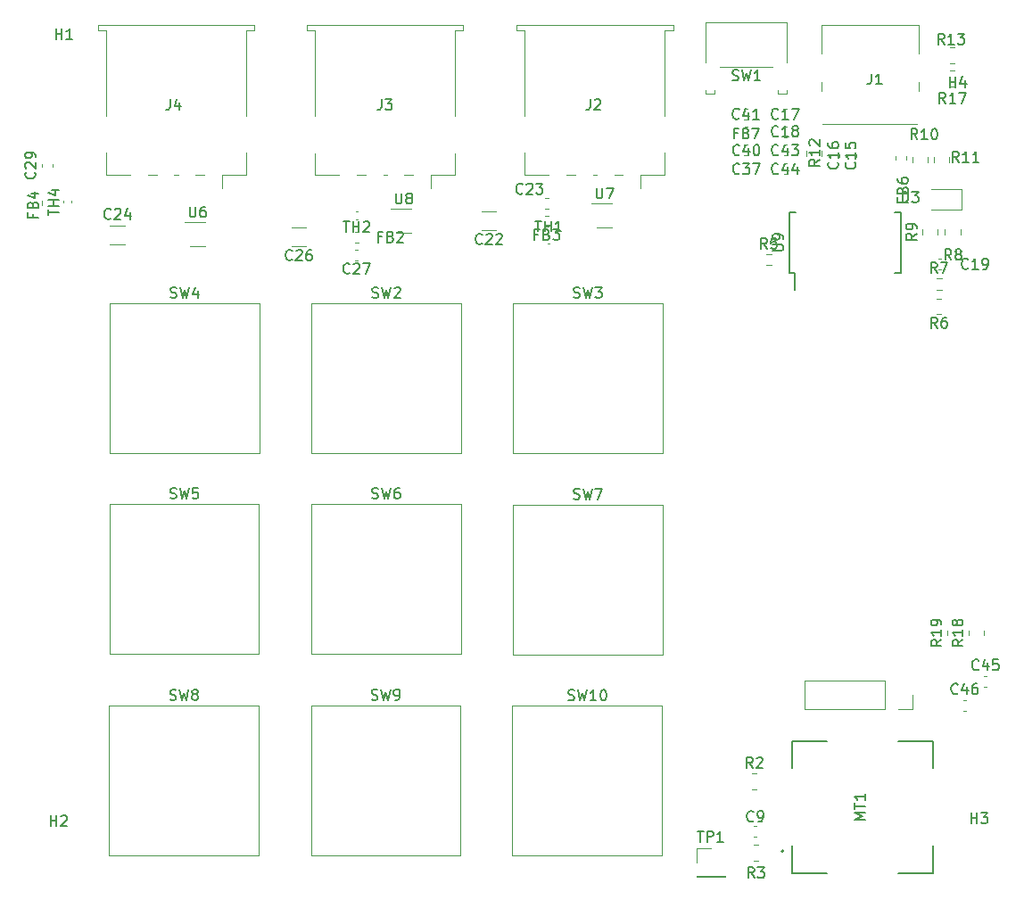
<source format=gbr>
%TF.GenerationSoftware,KiCad,Pcbnew,(7.0.0)*%
%TF.CreationDate,2023-06-18T19:00:30+02:00*%
%TF.ProjectId,Macro_Keyboard,4d616372-6f5f-44b6-9579-626f6172642e,rev?*%
%TF.SameCoordinates,Original*%
%TF.FileFunction,Legend,Top*%
%TF.FilePolarity,Positive*%
%FSLAX46Y46*%
G04 Gerber Fmt 4.6, Leading zero omitted, Abs format (unit mm)*
G04 Created by KiCad (PCBNEW (7.0.0)) date 2023-06-18 19:00:30*
%MOMM*%
%LPD*%
G01*
G04 APERTURE LIST*
%ADD10C,0.150000*%
%ADD11C,0.120000*%
%ADD12C,0.127000*%
%ADD13C,0.200000*%
G04 APERTURE END LIST*
D10*
%TO.C,R8*%
X150783248Y-63121060D02*
X150449915Y-62644870D01*
X150211820Y-63121060D02*
X150211820Y-62121060D01*
X150211820Y-62121060D02*
X150592772Y-62121060D01*
X150592772Y-62121060D02*
X150688010Y-62168680D01*
X150688010Y-62168680D02*
X150735629Y-62216299D01*
X150735629Y-62216299D02*
X150783248Y-62311537D01*
X150783248Y-62311537D02*
X150783248Y-62454394D01*
X150783248Y-62454394D02*
X150735629Y-62549632D01*
X150735629Y-62549632D02*
X150688010Y-62597251D01*
X150688010Y-62597251D02*
X150592772Y-62644870D01*
X150592772Y-62644870D02*
X150211820Y-62644870D01*
X151354677Y-62549632D02*
X151259439Y-62502013D01*
X151259439Y-62502013D02*
X151211820Y-62454394D01*
X151211820Y-62454394D02*
X151164201Y-62359156D01*
X151164201Y-62359156D02*
X151164201Y-62311537D01*
X151164201Y-62311537D02*
X151211820Y-62216299D01*
X151211820Y-62216299D02*
X151259439Y-62168680D01*
X151259439Y-62168680D02*
X151354677Y-62121060D01*
X151354677Y-62121060D02*
X151545153Y-62121060D01*
X151545153Y-62121060D02*
X151640391Y-62168680D01*
X151640391Y-62168680D02*
X151688010Y-62216299D01*
X151688010Y-62216299D02*
X151735629Y-62311537D01*
X151735629Y-62311537D02*
X151735629Y-62359156D01*
X151735629Y-62359156D02*
X151688010Y-62454394D01*
X151688010Y-62454394D02*
X151640391Y-62502013D01*
X151640391Y-62502013D02*
X151545153Y-62549632D01*
X151545153Y-62549632D02*
X151354677Y-62549632D01*
X151354677Y-62549632D02*
X151259439Y-62597251D01*
X151259439Y-62597251D02*
X151211820Y-62644870D01*
X151211820Y-62644870D02*
X151164201Y-62740108D01*
X151164201Y-62740108D02*
X151164201Y-62930584D01*
X151164201Y-62930584D02*
X151211820Y-63025822D01*
X151211820Y-63025822D02*
X151259439Y-63073441D01*
X151259439Y-63073441D02*
X151354677Y-63121060D01*
X151354677Y-63121060D02*
X151545153Y-63121060D01*
X151545153Y-63121060D02*
X151640391Y-63073441D01*
X151640391Y-63073441D02*
X151688010Y-63025822D01*
X151688010Y-63025822D02*
X151735629Y-62930584D01*
X151735629Y-62930584D02*
X151735629Y-62740108D01*
X151735629Y-62740108D02*
X151688010Y-62644870D01*
X151688010Y-62644870D02*
X151640391Y-62597251D01*
X151640391Y-62597251D02*
X151545153Y-62549632D01*
%TO.C,FB2*%
X96702666Y-60930571D02*
X96369333Y-60930571D01*
X96369333Y-61454380D02*
X96369333Y-60454380D01*
X96369333Y-60454380D02*
X96845523Y-60454380D01*
X97559809Y-60930571D02*
X97702666Y-60978190D01*
X97702666Y-60978190D02*
X97750285Y-61025809D01*
X97750285Y-61025809D02*
X97797904Y-61121047D01*
X97797904Y-61121047D02*
X97797904Y-61263904D01*
X97797904Y-61263904D02*
X97750285Y-61359142D01*
X97750285Y-61359142D02*
X97702666Y-61406761D01*
X97702666Y-61406761D02*
X97607428Y-61454380D01*
X97607428Y-61454380D02*
X97226476Y-61454380D01*
X97226476Y-61454380D02*
X97226476Y-60454380D01*
X97226476Y-60454380D02*
X97559809Y-60454380D01*
X97559809Y-60454380D02*
X97655047Y-60502000D01*
X97655047Y-60502000D02*
X97702666Y-60549619D01*
X97702666Y-60549619D02*
X97750285Y-60644857D01*
X97750285Y-60644857D02*
X97750285Y-60740095D01*
X97750285Y-60740095D02*
X97702666Y-60835333D01*
X97702666Y-60835333D02*
X97655047Y-60882952D01*
X97655047Y-60882952D02*
X97559809Y-60930571D01*
X97559809Y-60930571D02*
X97226476Y-60930571D01*
X98178857Y-60549619D02*
X98226476Y-60502000D01*
X98226476Y-60502000D02*
X98321714Y-60454380D01*
X98321714Y-60454380D02*
X98559809Y-60454380D01*
X98559809Y-60454380D02*
X98655047Y-60502000D01*
X98655047Y-60502000D02*
X98702666Y-60549619D01*
X98702666Y-60549619D02*
X98750285Y-60644857D01*
X98750285Y-60644857D02*
X98750285Y-60740095D01*
X98750285Y-60740095D02*
X98702666Y-60882952D01*
X98702666Y-60882952D02*
X98131238Y-61454380D01*
X98131238Y-61454380D02*
X98750285Y-61454380D01*
%TO.C,R12*%
X138289380Y-53601857D02*
X137813190Y-53935190D01*
X138289380Y-54173285D02*
X137289380Y-54173285D01*
X137289380Y-54173285D02*
X137289380Y-53792333D01*
X137289380Y-53792333D02*
X137337000Y-53697095D01*
X137337000Y-53697095D02*
X137384619Y-53649476D01*
X137384619Y-53649476D02*
X137479857Y-53601857D01*
X137479857Y-53601857D02*
X137622714Y-53601857D01*
X137622714Y-53601857D02*
X137717952Y-53649476D01*
X137717952Y-53649476D02*
X137765571Y-53697095D01*
X137765571Y-53697095D02*
X137813190Y-53792333D01*
X137813190Y-53792333D02*
X137813190Y-54173285D01*
X138289380Y-52649476D02*
X138289380Y-53220904D01*
X138289380Y-52935190D02*
X137289380Y-52935190D01*
X137289380Y-52935190D02*
X137432238Y-53030428D01*
X137432238Y-53030428D02*
X137527476Y-53125666D01*
X137527476Y-53125666D02*
X137575095Y-53220904D01*
X137384619Y-52268523D02*
X137337000Y-52220904D01*
X137337000Y-52220904D02*
X137289380Y-52125666D01*
X137289380Y-52125666D02*
X137289380Y-51887571D01*
X137289380Y-51887571D02*
X137337000Y-51792333D01*
X137337000Y-51792333D02*
X137384619Y-51744714D01*
X137384619Y-51744714D02*
X137479857Y-51697095D01*
X137479857Y-51697095D02*
X137575095Y-51697095D01*
X137575095Y-51697095D02*
X137717952Y-51744714D01*
X137717952Y-51744714D02*
X138289380Y-52316142D01*
X138289380Y-52316142D02*
X138289380Y-51697095D01*
%TO.C,SW8*%
X76624575Y-104880598D02*
X76767432Y-104928217D01*
X76767432Y-104928217D02*
X77005527Y-104928217D01*
X77005527Y-104928217D02*
X77100765Y-104880598D01*
X77100765Y-104880598D02*
X77148384Y-104832979D01*
X77148384Y-104832979D02*
X77196003Y-104737741D01*
X77196003Y-104737741D02*
X77196003Y-104642503D01*
X77196003Y-104642503D02*
X77148384Y-104547265D01*
X77148384Y-104547265D02*
X77100765Y-104499646D01*
X77100765Y-104499646D02*
X77005527Y-104452027D01*
X77005527Y-104452027D02*
X76815051Y-104404408D01*
X76815051Y-104404408D02*
X76719813Y-104356789D01*
X76719813Y-104356789D02*
X76672194Y-104309170D01*
X76672194Y-104309170D02*
X76624575Y-104213932D01*
X76624575Y-104213932D02*
X76624575Y-104118694D01*
X76624575Y-104118694D02*
X76672194Y-104023456D01*
X76672194Y-104023456D02*
X76719813Y-103975837D01*
X76719813Y-103975837D02*
X76815051Y-103928217D01*
X76815051Y-103928217D02*
X77053146Y-103928217D01*
X77053146Y-103928217D02*
X77196003Y-103975837D01*
X77529337Y-103928217D02*
X77767432Y-104928217D01*
X77767432Y-104928217D02*
X77957908Y-104213932D01*
X77957908Y-104213932D02*
X78148384Y-104928217D01*
X78148384Y-104928217D02*
X78386480Y-103928217D01*
X78910289Y-104356789D02*
X78815051Y-104309170D01*
X78815051Y-104309170D02*
X78767432Y-104261551D01*
X78767432Y-104261551D02*
X78719813Y-104166313D01*
X78719813Y-104166313D02*
X78719813Y-104118694D01*
X78719813Y-104118694D02*
X78767432Y-104023456D01*
X78767432Y-104023456D02*
X78815051Y-103975837D01*
X78815051Y-103975837D02*
X78910289Y-103928217D01*
X78910289Y-103928217D02*
X79100765Y-103928217D01*
X79100765Y-103928217D02*
X79196003Y-103975837D01*
X79196003Y-103975837D02*
X79243622Y-104023456D01*
X79243622Y-104023456D02*
X79291241Y-104118694D01*
X79291241Y-104118694D02*
X79291241Y-104166313D01*
X79291241Y-104166313D02*
X79243622Y-104261551D01*
X79243622Y-104261551D02*
X79196003Y-104309170D01*
X79196003Y-104309170D02*
X79100765Y-104356789D01*
X79100765Y-104356789D02*
X78910289Y-104356789D01*
X78910289Y-104356789D02*
X78815051Y-104404408D01*
X78815051Y-104404408D02*
X78767432Y-104452027D01*
X78767432Y-104452027D02*
X78719813Y-104547265D01*
X78719813Y-104547265D02*
X78719813Y-104737741D01*
X78719813Y-104737741D02*
X78767432Y-104832979D01*
X78767432Y-104832979D02*
X78815051Y-104880598D01*
X78815051Y-104880598D02*
X78910289Y-104928217D01*
X78910289Y-104928217D02*
X79100765Y-104928217D01*
X79100765Y-104928217D02*
X79196003Y-104880598D01*
X79196003Y-104880598D02*
X79243622Y-104832979D01*
X79243622Y-104832979D02*
X79291241Y-104737741D01*
X79291241Y-104737741D02*
X79291241Y-104547265D01*
X79291241Y-104547265D02*
X79243622Y-104452027D01*
X79243622Y-104452027D02*
X79196003Y-104404408D01*
X79196003Y-104404408D02*
X79100765Y-104356789D01*
%TO.C,SW9*%
X95770555Y-104849799D02*
X95913412Y-104897418D01*
X95913412Y-104897418D02*
X96151507Y-104897418D01*
X96151507Y-104897418D02*
X96246745Y-104849799D01*
X96246745Y-104849799D02*
X96294364Y-104802180D01*
X96294364Y-104802180D02*
X96341983Y-104706942D01*
X96341983Y-104706942D02*
X96341983Y-104611704D01*
X96341983Y-104611704D02*
X96294364Y-104516466D01*
X96294364Y-104516466D02*
X96246745Y-104468847D01*
X96246745Y-104468847D02*
X96151507Y-104421228D01*
X96151507Y-104421228D02*
X95961031Y-104373609D01*
X95961031Y-104373609D02*
X95865793Y-104325990D01*
X95865793Y-104325990D02*
X95818174Y-104278371D01*
X95818174Y-104278371D02*
X95770555Y-104183133D01*
X95770555Y-104183133D02*
X95770555Y-104087895D01*
X95770555Y-104087895D02*
X95818174Y-103992657D01*
X95818174Y-103992657D02*
X95865793Y-103945038D01*
X95865793Y-103945038D02*
X95961031Y-103897418D01*
X95961031Y-103897418D02*
X96199126Y-103897418D01*
X96199126Y-103897418D02*
X96341983Y-103945038D01*
X96675317Y-103897418D02*
X96913412Y-104897418D01*
X96913412Y-104897418D02*
X97103888Y-104183133D01*
X97103888Y-104183133D02*
X97294364Y-104897418D01*
X97294364Y-104897418D02*
X97532460Y-103897418D01*
X97961031Y-104897418D02*
X98151507Y-104897418D01*
X98151507Y-104897418D02*
X98246745Y-104849799D01*
X98246745Y-104849799D02*
X98294364Y-104802180D01*
X98294364Y-104802180D02*
X98389602Y-104659323D01*
X98389602Y-104659323D02*
X98437221Y-104468847D01*
X98437221Y-104468847D02*
X98437221Y-104087895D01*
X98437221Y-104087895D02*
X98389602Y-103992657D01*
X98389602Y-103992657D02*
X98341983Y-103945038D01*
X98341983Y-103945038D02*
X98246745Y-103897418D01*
X98246745Y-103897418D02*
X98056269Y-103897418D01*
X98056269Y-103897418D02*
X97961031Y-103945038D01*
X97961031Y-103945038D02*
X97913412Y-103992657D01*
X97913412Y-103992657D02*
X97865793Y-104087895D01*
X97865793Y-104087895D02*
X97865793Y-104325990D01*
X97865793Y-104325990D02*
X97913412Y-104421228D01*
X97913412Y-104421228D02*
X97961031Y-104468847D01*
X97961031Y-104468847D02*
X98056269Y-104516466D01*
X98056269Y-104516466D02*
X98246745Y-104516466D01*
X98246745Y-104516466D02*
X98341983Y-104468847D01*
X98341983Y-104468847D02*
X98389602Y-104421228D01*
X98389602Y-104421228D02*
X98437221Y-104325990D01*
%TO.C,SW4*%
X76682600Y-66682390D02*
X76825457Y-66730009D01*
X76825457Y-66730009D02*
X77063552Y-66730009D01*
X77063552Y-66730009D02*
X77158790Y-66682390D01*
X77158790Y-66682390D02*
X77206409Y-66634771D01*
X77206409Y-66634771D02*
X77254028Y-66539533D01*
X77254028Y-66539533D02*
X77254028Y-66444295D01*
X77254028Y-66444295D02*
X77206409Y-66349057D01*
X77206409Y-66349057D02*
X77158790Y-66301438D01*
X77158790Y-66301438D02*
X77063552Y-66253819D01*
X77063552Y-66253819D02*
X76873076Y-66206200D01*
X76873076Y-66206200D02*
X76777838Y-66158581D01*
X76777838Y-66158581D02*
X76730219Y-66110962D01*
X76730219Y-66110962D02*
X76682600Y-66015724D01*
X76682600Y-66015724D02*
X76682600Y-65920486D01*
X76682600Y-65920486D02*
X76730219Y-65825248D01*
X76730219Y-65825248D02*
X76777838Y-65777629D01*
X76777838Y-65777629D02*
X76873076Y-65730009D01*
X76873076Y-65730009D02*
X77111171Y-65730009D01*
X77111171Y-65730009D02*
X77254028Y-65777629D01*
X77587362Y-65730009D02*
X77825457Y-66730009D01*
X77825457Y-66730009D02*
X78015933Y-66015724D01*
X78015933Y-66015724D02*
X78206409Y-66730009D01*
X78206409Y-66730009D02*
X78444505Y-65730009D01*
X79254028Y-66063343D02*
X79254028Y-66730009D01*
X79015933Y-65682390D02*
X78777838Y-66396676D01*
X78777838Y-66396676D02*
X79396885Y-66396676D01*
%TO.C,U9*%
X133833380Y-62229904D02*
X134642904Y-62229904D01*
X134642904Y-62229904D02*
X134738142Y-62182285D01*
X134738142Y-62182285D02*
X134785761Y-62134666D01*
X134785761Y-62134666D02*
X134833380Y-62039428D01*
X134833380Y-62039428D02*
X134833380Y-61848952D01*
X134833380Y-61848952D02*
X134785761Y-61753714D01*
X134785761Y-61753714D02*
X134738142Y-61706095D01*
X134738142Y-61706095D02*
X134642904Y-61658476D01*
X134642904Y-61658476D02*
X133833380Y-61658476D01*
X134833380Y-61134666D02*
X134833380Y-60944190D01*
X134833380Y-60944190D02*
X134785761Y-60848952D01*
X134785761Y-60848952D02*
X134738142Y-60801333D01*
X134738142Y-60801333D02*
X134595285Y-60706095D01*
X134595285Y-60706095D02*
X134404809Y-60658476D01*
X134404809Y-60658476D02*
X134023857Y-60658476D01*
X134023857Y-60658476D02*
X133928619Y-60706095D01*
X133928619Y-60706095D02*
X133881000Y-60753714D01*
X133881000Y-60753714D02*
X133833380Y-60848952D01*
X133833380Y-60848952D02*
X133833380Y-61039428D01*
X133833380Y-61039428D02*
X133881000Y-61134666D01*
X133881000Y-61134666D02*
X133928619Y-61182285D01*
X133928619Y-61182285D02*
X134023857Y-61229904D01*
X134023857Y-61229904D02*
X134261952Y-61229904D01*
X134261952Y-61229904D02*
X134357190Y-61182285D01*
X134357190Y-61182285D02*
X134404809Y-61134666D01*
X134404809Y-61134666D02*
X134452428Y-61039428D01*
X134452428Y-61039428D02*
X134452428Y-60848952D01*
X134452428Y-60848952D02*
X134404809Y-60753714D01*
X134404809Y-60753714D02*
X134357190Y-60706095D01*
X134357190Y-60706095D02*
X134261952Y-60658476D01*
%TO.C,R18*%
X151887709Y-99178857D02*
X151411519Y-99512190D01*
X151887709Y-99750285D02*
X150887709Y-99750285D01*
X150887709Y-99750285D02*
X150887709Y-99369333D01*
X150887709Y-99369333D02*
X150935329Y-99274095D01*
X150935329Y-99274095D02*
X150982948Y-99226476D01*
X150982948Y-99226476D02*
X151078186Y-99178857D01*
X151078186Y-99178857D02*
X151221043Y-99178857D01*
X151221043Y-99178857D02*
X151316281Y-99226476D01*
X151316281Y-99226476D02*
X151363900Y-99274095D01*
X151363900Y-99274095D02*
X151411519Y-99369333D01*
X151411519Y-99369333D02*
X151411519Y-99750285D01*
X151887709Y-98226476D02*
X151887709Y-98797904D01*
X151887709Y-98512190D02*
X150887709Y-98512190D01*
X150887709Y-98512190D02*
X151030567Y-98607428D01*
X151030567Y-98607428D02*
X151125805Y-98702666D01*
X151125805Y-98702666D02*
X151173424Y-98797904D01*
X151316281Y-97655047D02*
X151268662Y-97750285D01*
X151268662Y-97750285D02*
X151221043Y-97797904D01*
X151221043Y-97797904D02*
X151125805Y-97845523D01*
X151125805Y-97845523D02*
X151078186Y-97845523D01*
X151078186Y-97845523D02*
X150982948Y-97797904D01*
X150982948Y-97797904D02*
X150935329Y-97750285D01*
X150935329Y-97750285D02*
X150887709Y-97655047D01*
X150887709Y-97655047D02*
X150887709Y-97464571D01*
X150887709Y-97464571D02*
X150935329Y-97369333D01*
X150935329Y-97369333D02*
X150982948Y-97321714D01*
X150982948Y-97321714D02*
X151078186Y-97274095D01*
X151078186Y-97274095D02*
X151125805Y-97274095D01*
X151125805Y-97274095D02*
X151221043Y-97321714D01*
X151221043Y-97321714D02*
X151268662Y-97369333D01*
X151268662Y-97369333D02*
X151316281Y-97464571D01*
X151316281Y-97464571D02*
X151316281Y-97655047D01*
X151316281Y-97655047D02*
X151363900Y-97750285D01*
X151363900Y-97750285D02*
X151411519Y-97797904D01*
X151411519Y-97797904D02*
X151506757Y-97845523D01*
X151506757Y-97845523D02*
X151697233Y-97845523D01*
X151697233Y-97845523D02*
X151792471Y-97797904D01*
X151792471Y-97797904D02*
X151840090Y-97750285D01*
X151840090Y-97750285D02*
X151887709Y-97655047D01*
X151887709Y-97655047D02*
X151887709Y-97464571D01*
X151887709Y-97464571D02*
X151840090Y-97369333D01*
X151840090Y-97369333D02*
X151792471Y-97321714D01*
X151792471Y-97321714D02*
X151697233Y-97274095D01*
X151697233Y-97274095D02*
X151506757Y-97274095D01*
X151506757Y-97274095D02*
X151411519Y-97321714D01*
X151411519Y-97321714D02*
X151363900Y-97369333D01*
X151363900Y-97369333D02*
X151316281Y-97464571D01*
%TO.C,C23*%
X110101142Y-56787142D02*
X110053523Y-56834761D01*
X110053523Y-56834761D02*
X109910666Y-56882380D01*
X109910666Y-56882380D02*
X109815428Y-56882380D01*
X109815428Y-56882380D02*
X109672571Y-56834761D01*
X109672571Y-56834761D02*
X109577333Y-56739523D01*
X109577333Y-56739523D02*
X109529714Y-56644285D01*
X109529714Y-56644285D02*
X109482095Y-56453809D01*
X109482095Y-56453809D02*
X109482095Y-56310952D01*
X109482095Y-56310952D02*
X109529714Y-56120476D01*
X109529714Y-56120476D02*
X109577333Y-56025238D01*
X109577333Y-56025238D02*
X109672571Y-55930000D01*
X109672571Y-55930000D02*
X109815428Y-55882380D01*
X109815428Y-55882380D02*
X109910666Y-55882380D01*
X109910666Y-55882380D02*
X110053523Y-55930000D01*
X110053523Y-55930000D02*
X110101142Y-55977619D01*
X110482095Y-55977619D02*
X110529714Y-55930000D01*
X110529714Y-55930000D02*
X110624952Y-55882380D01*
X110624952Y-55882380D02*
X110863047Y-55882380D01*
X110863047Y-55882380D02*
X110958285Y-55930000D01*
X110958285Y-55930000D02*
X111005904Y-55977619D01*
X111005904Y-55977619D02*
X111053523Y-56072857D01*
X111053523Y-56072857D02*
X111053523Y-56168095D01*
X111053523Y-56168095D02*
X111005904Y-56310952D01*
X111005904Y-56310952D02*
X110434476Y-56882380D01*
X110434476Y-56882380D02*
X111053523Y-56882380D01*
X111386857Y-55882380D02*
X112005904Y-55882380D01*
X112005904Y-55882380D02*
X111672571Y-56263333D01*
X111672571Y-56263333D02*
X111815428Y-56263333D01*
X111815428Y-56263333D02*
X111910666Y-56310952D01*
X111910666Y-56310952D02*
X111958285Y-56358571D01*
X111958285Y-56358571D02*
X112005904Y-56453809D01*
X112005904Y-56453809D02*
X112005904Y-56691904D01*
X112005904Y-56691904D02*
X111958285Y-56787142D01*
X111958285Y-56787142D02*
X111910666Y-56834761D01*
X111910666Y-56834761D02*
X111815428Y-56882380D01*
X111815428Y-56882380D02*
X111529714Y-56882380D01*
X111529714Y-56882380D02*
X111434476Y-56834761D01*
X111434476Y-56834761D02*
X111386857Y-56787142D01*
%TO.C,FB6*%
X146147571Y-57348333D02*
X146147571Y-57681666D01*
X146671380Y-57681666D02*
X145671380Y-57681666D01*
X145671380Y-57681666D02*
X145671380Y-57205476D01*
X146147571Y-56491190D02*
X146195190Y-56348333D01*
X146195190Y-56348333D02*
X146242809Y-56300714D01*
X146242809Y-56300714D02*
X146338047Y-56253095D01*
X146338047Y-56253095D02*
X146480904Y-56253095D01*
X146480904Y-56253095D02*
X146576142Y-56300714D01*
X146576142Y-56300714D02*
X146623761Y-56348333D01*
X146623761Y-56348333D02*
X146671380Y-56443571D01*
X146671380Y-56443571D02*
X146671380Y-56824523D01*
X146671380Y-56824523D02*
X145671380Y-56824523D01*
X145671380Y-56824523D02*
X145671380Y-56491190D01*
X145671380Y-56491190D02*
X145719000Y-56395952D01*
X145719000Y-56395952D02*
X145766619Y-56348333D01*
X145766619Y-56348333D02*
X145861857Y-56300714D01*
X145861857Y-56300714D02*
X145957095Y-56300714D01*
X145957095Y-56300714D02*
X146052333Y-56348333D01*
X146052333Y-56348333D02*
X146099952Y-56395952D01*
X146099952Y-56395952D02*
X146147571Y-56491190D01*
X146147571Y-56491190D02*
X146147571Y-56824523D01*
X145671380Y-55395952D02*
X145671380Y-55586428D01*
X145671380Y-55586428D02*
X145719000Y-55681666D01*
X145719000Y-55681666D02*
X145766619Y-55729285D01*
X145766619Y-55729285D02*
X145909476Y-55824523D01*
X145909476Y-55824523D02*
X146099952Y-55872142D01*
X146099952Y-55872142D02*
X146480904Y-55872142D01*
X146480904Y-55872142D02*
X146576142Y-55824523D01*
X146576142Y-55824523D02*
X146623761Y-55776904D01*
X146623761Y-55776904D02*
X146671380Y-55681666D01*
X146671380Y-55681666D02*
X146671380Y-55491190D01*
X146671380Y-55491190D02*
X146623761Y-55395952D01*
X146623761Y-55395952D02*
X146576142Y-55348333D01*
X146576142Y-55348333D02*
X146480904Y-55300714D01*
X146480904Y-55300714D02*
X146242809Y-55300714D01*
X146242809Y-55300714D02*
X146147571Y-55348333D01*
X146147571Y-55348333D02*
X146099952Y-55395952D01*
X146099952Y-55395952D02*
X146052333Y-55491190D01*
X146052333Y-55491190D02*
X146052333Y-55681666D01*
X146052333Y-55681666D02*
X146099952Y-55776904D01*
X146099952Y-55776904D02*
X146147571Y-55824523D01*
X146147571Y-55824523D02*
X146242809Y-55872142D01*
%TO.C,MT1*%
X142607380Y-116252475D02*
X141607380Y-116252475D01*
X141607380Y-116252475D02*
X142321666Y-115919142D01*
X142321666Y-115919142D02*
X141607380Y-115585809D01*
X141607380Y-115585809D02*
X142607380Y-115585809D01*
X141607380Y-115252475D02*
X141607380Y-114681047D01*
X142607380Y-114966761D02*
X141607380Y-114966761D01*
X142607380Y-113823904D02*
X142607380Y-114395332D01*
X142607380Y-114109618D02*
X141607380Y-114109618D01*
X141607380Y-114109618D02*
X141750238Y-114204856D01*
X141750238Y-114204856D02*
X141845476Y-114300094D01*
X141845476Y-114300094D02*
X141893095Y-114395332D01*
%TO.C,J1*%
X143200866Y-45446780D02*
X143200866Y-46161066D01*
X143200866Y-46161066D02*
X143153247Y-46303923D01*
X143153247Y-46303923D02*
X143058009Y-46399161D01*
X143058009Y-46399161D02*
X142915152Y-46446780D01*
X142915152Y-46446780D02*
X142819914Y-46446780D01*
X144200866Y-46446780D02*
X143629438Y-46446780D01*
X143915152Y-46446780D02*
X143915152Y-45446780D01*
X143915152Y-45446780D02*
X143819914Y-45589638D01*
X143819914Y-45589638D02*
X143724676Y-45684876D01*
X143724676Y-45684876D02*
X143629438Y-45732495D01*
%TO.C,C29*%
X63784496Y-54811337D02*
X63832115Y-54858956D01*
X63832115Y-54858956D02*
X63879734Y-55001813D01*
X63879734Y-55001813D02*
X63879734Y-55097051D01*
X63879734Y-55097051D02*
X63832115Y-55239908D01*
X63832115Y-55239908D02*
X63736877Y-55335146D01*
X63736877Y-55335146D02*
X63641639Y-55382765D01*
X63641639Y-55382765D02*
X63451163Y-55430384D01*
X63451163Y-55430384D02*
X63308306Y-55430384D01*
X63308306Y-55430384D02*
X63117830Y-55382765D01*
X63117830Y-55382765D02*
X63022592Y-55335146D01*
X63022592Y-55335146D02*
X62927354Y-55239908D01*
X62927354Y-55239908D02*
X62879734Y-55097051D01*
X62879734Y-55097051D02*
X62879734Y-55001813D01*
X62879734Y-55001813D02*
X62927354Y-54858956D01*
X62927354Y-54858956D02*
X62974973Y-54811337D01*
X62974973Y-54430384D02*
X62927354Y-54382765D01*
X62927354Y-54382765D02*
X62879734Y-54287527D01*
X62879734Y-54287527D02*
X62879734Y-54049432D01*
X62879734Y-54049432D02*
X62927354Y-53954194D01*
X62927354Y-53954194D02*
X62974973Y-53906575D01*
X62974973Y-53906575D02*
X63070211Y-53858956D01*
X63070211Y-53858956D02*
X63165449Y-53858956D01*
X63165449Y-53858956D02*
X63308306Y-53906575D01*
X63308306Y-53906575D02*
X63879734Y-54478003D01*
X63879734Y-54478003D02*
X63879734Y-53858956D01*
X63879734Y-53382765D02*
X63879734Y-53192289D01*
X63879734Y-53192289D02*
X63832115Y-53097051D01*
X63832115Y-53097051D02*
X63784496Y-53049432D01*
X63784496Y-53049432D02*
X63641639Y-52954194D01*
X63641639Y-52954194D02*
X63451163Y-52906575D01*
X63451163Y-52906575D02*
X63070211Y-52906575D01*
X63070211Y-52906575D02*
X62974973Y-52954194D01*
X62974973Y-52954194D02*
X62927354Y-53001813D01*
X62927354Y-53001813D02*
X62879734Y-53097051D01*
X62879734Y-53097051D02*
X62879734Y-53287527D01*
X62879734Y-53287527D02*
X62927354Y-53382765D01*
X62927354Y-53382765D02*
X62974973Y-53430384D01*
X62974973Y-53430384D02*
X63070211Y-53478003D01*
X63070211Y-53478003D02*
X63308306Y-53478003D01*
X63308306Y-53478003D02*
X63403544Y-53430384D01*
X63403544Y-53430384D02*
X63451163Y-53382765D01*
X63451163Y-53382765D02*
X63498782Y-53287527D01*
X63498782Y-53287527D02*
X63498782Y-53097051D01*
X63498782Y-53097051D02*
X63451163Y-53001813D01*
X63451163Y-53001813D02*
X63403544Y-52954194D01*
X63403544Y-52954194D02*
X63308306Y-52906575D01*
%TO.C,C22*%
X106252642Y-61558142D02*
X106205023Y-61605761D01*
X106205023Y-61605761D02*
X106062166Y-61653380D01*
X106062166Y-61653380D02*
X105966928Y-61653380D01*
X105966928Y-61653380D02*
X105824071Y-61605761D01*
X105824071Y-61605761D02*
X105728833Y-61510523D01*
X105728833Y-61510523D02*
X105681214Y-61415285D01*
X105681214Y-61415285D02*
X105633595Y-61224809D01*
X105633595Y-61224809D02*
X105633595Y-61081952D01*
X105633595Y-61081952D02*
X105681214Y-60891476D01*
X105681214Y-60891476D02*
X105728833Y-60796238D01*
X105728833Y-60796238D02*
X105824071Y-60701000D01*
X105824071Y-60701000D02*
X105966928Y-60653380D01*
X105966928Y-60653380D02*
X106062166Y-60653380D01*
X106062166Y-60653380D02*
X106205023Y-60701000D01*
X106205023Y-60701000D02*
X106252642Y-60748619D01*
X106633595Y-60748619D02*
X106681214Y-60701000D01*
X106681214Y-60701000D02*
X106776452Y-60653380D01*
X106776452Y-60653380D02*
X107014547Y-60653380D01*
X107014547Y-60653380D02*
X107109785Y-60701000D01*
X107109785Y-60701000D02*
X107157404Y-60748619D01*
X107157404Y-60748619D02*
X107205023Y-60843857D01*
X107205023Y-60843857D02*
X107205023Y-60939095D01*
X107205023Y-60939095D02*
X107157404Y-61081952D01*
X107157404Y-61081952D02*
X106585976Y-61653380D01*
X106585976Y-61653380D02*
X107205023Y-61653380D01*
X107585976Y-60748619D02*
X107633595Y-60701000D01*
X107633595Y-60701000D02*
X107728833Y-60653380D01*
X107728833Y-60653380D02*
X107966928Y-60653380D01*
X107966928Y-60653380D02*
X108062166Y-60701000D01*
X108062166Y-60701000D02*
X108109785Y-60748619D01*
X108109785Y-60748619D02*
X108157404Y-60843857D01*
X108157404Y-60843857D02*
X108157404Y-60939095D01*
X108157404Y-60939095D02*
X108109785Y-61081952D01*
X108109785Y-61081952D02*
X107538357Y-61653380D01*
X107538357Y-61653380D02*
X108157404Y-61653380D01*
%TO.C,SW7*%
X114936165Y-85790857D02*
X115079022Y-85838476D01*
X115079022Y-85838476D02*
X115317117Y-85838476D01*
X115317117Y-85838476D02*
X115412355Y-85790857D01*
X115412355Y-85790857D02*
X115459974Y-85743238D01*
X115459974Y-85743238D02*
X115507593Y-85648000D01*
X115507593Y-85648000D02*
X115507593Y-85552762D01*
X115507593Y-85552762D02*
X115459974Y-85457524D01*
X115459974Y-85457524D02*
X115412355Y-85409905D01*
X115412355Y-85409905D02*
X115317117Y-85362286D01*
X115317117Y-85362286D02*
X115126641Y-85314667D01*
X115126641Y-85314667D02*
X115031403Y-85267048D01*
X115031403Y-85267048D02*
X114983784Y-85219429D01*
X114983784Y-85219429D02*
X114936165Y-85124191D01*
X114936165Y-85124191D02*
X114936165Y-85028953D01*
X114936165Y-85028953D02*
X114983784Y-84933715D01*
X114983784Y-84933715D02*
X115031403Y-84886096D01*
X115031403Y-84886096D02*
X115126641Y-84838476D01*
X115126641Y-84838476D02*
X115364736Y-84838476D01*
X115364736Y-84838476D02*
X115507593Y-84886096D01*
X115840927Y-84838476D02*
X116079022Y-85838476D01*
X116079022Y-85838476D02*
X116269498Y-85124191D01*
X116269498Y-85124191D02*
X116459974Y-85838476D01*
X116459974Y-85838476D02*
X116698070Y-84838476D01*
X116983784Y-84838476D02*
X117650450Y-84838476D01*
X117650450Y-84838476D02*
X117221879Y-85838476D01*
%TO.C,C17*%
X134358142Y-49675142D02*
X134310523Y-49722761D01*
X134310523Y-49722761D02*
X134167666Y-49770380D01*
X134167666Y-49770380D02*
X134072428Y-49770380D01*
X134072428Y-49770380D02*
X133929571Y-49722761D01*
X133929571Y-49722761D02*
X133834333Y-49627523D01*
X133834333Y-49627523D02*
X133786714Y-49532285D01*
X133786714Y-49532285D02*
X133739095Y-49341809D01*
X133739095Y-49341809D02*
X133739095Y-49198952D01*
X133739095Y-49198952D02*
X133786714Y-49008476D01*
X133786714Y-49008476D02*
X133834333Y-48913238D01*
X133834333Y-48913238D02*
X133929571Y-48818000D01*
X133929571Y-48818000D02*
X134072428Y-48770380D01*
X134072428Y-48770380D02*
X134167666Y-48770380D01*
X134167666Y-48770380D02*
X134310523Y-48818000D01*
X134310523Y-48818000D02*
X134358142Y-48865619D01*
X135310523Y-49770380D02*
X134739095Y-49770380D01*
X135024809Y-49770380D02*
X135024809Y-48770380D01*
X135024809Y-48770380D02*
X134929571Y-48913238D01*
X134929571Y-48913238D02*
X134834333Y-49008476D01*
X134834333Y-49008476D02*
X134739095Y-49056095D01*
X135643857Y-48770380D02*
X136310523Y-48770380D01*
X136310523Y-48770380D02*
X135881952Y-49770380D01*
%TO.C,U6*%
X78486095Y-58073380D02*
X78486095Y-58882904D01*
X78486095Y-58882904D02*
X78533714Y-58978142D01*
X78533714Y-58978142D02*
X78581333Y-59025761D01*
X78581333Y-59025761D02*
X78676571Y-59073380D01*
X78676571Y-59073380D02*
X78867047Y-59073380D01*
X78867047Y-59073380D02*
X78962285Y-59025761D01*
X78962285Y-59025761D02*
X79009904Y-58978142D01*
X79009904Y-58978142D02*
X79057523Y-58882904D01*
X79057523Y-58882904D02*
X79057523Y-58073380D01*
X79962285Y-58073380D02*
X79771809Y-58073380D01*
X79771809Y-58073380D02*
X79676571Y-58121000D01*
X79676571Y-58121000D02*
X79628952Y-58168619D01*
X79628952Y-58168619D02*
X79533714Y-58311476D01*
X79533714Y-58311476D02*
X79486095Y-58501952D01*
X79486095Y-58501952D02*
X79486095Y-58882904D01*
X79486095Y-58882904D02*
X79533714Y-58978142D01*
X79533714Y-58978142D02*
X79581333Y-59025761D01*
X79581333Y-59025761D02*
X79676571Y-59073380D01*
X79676571Y-59073380D02*
X79867047Y-59073380D01*
X79867047Y-59073380D02*
X79962285Y-59025761D01*
X79962285Y-59025761D02*
X80009904Y-58978142D01*
X80009904Y-58978142D02*
X80057523Y-58882904D01*
X80057523Y-58882904D02*
X80057523Y-58644809D01*
X80057523Y-58644809D02*
X80009904Y-58549571D01*
X80009904Y-58549571D02*
X79962285Y-58501952D01*
X79962285Y-58501952D02*
X79867047Y-58454333D01*
X79867047Y-58454333D02*
X79676571Y-58454333D01*
X79676571Y-58454333D02*
X79581333Y-58501952D01*
X79581333Y-58501952D02*
X79533714Y-58549571D01*
X79533714Y-58549571D02*
X79486095Y-58644809D01*
%TO.C,TH1*%
X111300531Y-59426424D02*
X111871959Y-59426424D01*
X111586245Y-60426424D02*
X111586245Y-59426424D01*
X112205293Y-60426424D02*
X112205293Y-59426424D01*
X112205293Y-59902615D02*
X112776721Y-59902615D01*
X112776721Y-60426424D02*
X112776721Y-59426424D01*
X113776721Y-60426424D02*
X113205293Y-60426424D01*
X113491007Y-60426424D02*
X113491007Y-59426424D01*
X113491007Y-59426424D02*
X113395769Y-59569282D01*
X113395769Y-59569282D02*
X113300531Y-59664520D01*
X113300531Y-59664520D02*
X113205293Y-59712139D01*
%TO.C,TH2*%
X93092279Y-59465380D02*
X93663707Y-59465380D01*
X93377993Y-60465380D02*
X93377993Y-59465380D01*
X93997041Y-60465380D02*
X93997041Y-59465380D01*
X93997041Y-59941571D02*
X94568469Y-59941571D01*
X94568469Y-60465380D02*
X94568469Y-59465380D01*
X94997041Y-59560619D02*
X95044660Y-59513000D01*
X95044660Y-59513000D02*
X95139898Y-59465380D01*
X95139898Y-59465380D02*
X95377993Y-59465380D01*
X95377993Y-59465380D02*
X95473231Y-59513000D01*
X95473231Y-59513000D02*
X95520850Y-59560619D01*
X95520850Y-59560619D02*
X95568469Y-59655857D01*
X95568469Y-59655857D02*
X95568469Y-59751095D01*
X95568469Y-59751095D02*
X95520850Y-59893952D01*
X95520850Y-59893952D02*
X94949422Y-60465380D01*
X94949422Y-60465380D02*
X95568469Y-60465380D01*
%TO.C,C40*%
X130675142Y-53104142D02*
X130627523Y-53151761D01*
X130627523Y-53151761D02*
X130484666Y-53199380D01*
X130484666Y-53199380D02*
X130389428Y-53199380D01*
X130389428Y-53199380D02*
X130246571Y-53151761D01*
X130246571Y-53151761D02*
X130151333Y-53056523D01*
X130151333Y-53056523D02*
X130103714Y-52961285D01*
X130103714Y-52961285D02*
X130056095Y-52770809D01*
X130056095Y-52770809D02*
X130056095Y-52627952D01*
X130056095Y-52627952D02*
X130103714Y-52437476D01*
X130103714Y-52437476D02*
X130151333Y-52342238D01*
X130151333Y-52342238D02*
X130246571Y-52247000D01*
X130246571Y-52247000D02*
X130389428Y-52199380D01*
X130389428Y-52199380D02*
X130484666Y-52199380D01*
X130484666Y-52199380D02*
X130627523Y-52247000D01*
X130627523Y-52247000D02*
X130675142Y-52294619D01*
X131532285Y-52532714D02*
X131532285Y-53199380D01*
X131294190Y-52151761D02*
X131056095Y-52866047D01*
X131056095Y-52866047D02*
X131675142Y-52866047D01*
X132246571Y-52199380D02*
X132341809Y-52199380D01*
X132341809Y-52199380D02*
X132437047Y-52247000D01*
X132437047Y-52247000D02*
X132484666Y-52294619D01*
X132484666Y-52294619D02*
X132532285Y-52389857D01*
X132532285Y-52389857D02*
X132579904Y-52580333D01*
X132579904Y-52580333D02*
X132579904Y-52818428D01*
X132579904Y-52818428D02*
X132532285Y-53008904D01*
X132532285Y-53008904D02*
X132484666Y-53104142D01*
X132484666Y-53104142D02*
X132437047Y-53151761D01*
X132437047Y-53151761D02*
X132341809Y-53199380D01*
X132341809Y-53199380D02*
X132246571Y-53199380D01*
X132246571Y-53199380D02*
X132151333Y-53151761D01*
X132151333Y-53151761D02*
X132103714Y-53104142D01*
X132103714Y-53104142D02*
X132056095Y-53008904D01*
X132056095Y-53008904D02*
X132008476Y-52818428D01*
X132008476Y-52818428D02*
X132008476Y-52580333D01*
X132008476Y-52580333D02*
X132056095Y-52389857D01*
X132056095Y-52389857D02*
X132103714Y-52294619D01*
X132103714Y-52294619D02*
X132151333Y-52247000D01*
X132151333Y-52247000D02*
X132246571Y-52199380D01*
%TO.C,H3*%
X152654095Y-116593380D02*
X152654095Y-115593380D01*
X152654095Y-116069571D02*
X153225523Y-116069571D01*
X153225523Y-116593380D02*
X153225523Y-115593380D01*
X153606476Y-115593380D02*
X154225523Y-115593380D01*
X154225523Y-115593380D02*
X153892190Y-115974333D01*
X153892190Y-115974333D02*
X154035047Y-115974333D01*
X154035047Y-115974333D02*
X154130285Y-116021952D01*
X154130285Y-116021952D02*
X154177904Y-116069571D01*
X154177904Y-116069571D02*
X154225523Y-116164809D01*
X154225523Y-116164809D02*
X154225523Y-116402904D01*
X154225523Y-116402904D02*
X154177904Y-116498142D01*
X154177904Y-116498142D02*
X154130285Y-116545761D01*
X154130285Y-116545761D02*
X154035047Y-116593380D01*
X154035047Y-116593380D02*
X153749333Y-116593380D01*
X153749333Y-116593380D02*
X153654095Y-116545761D01*
X153654095Y-116545761D02*
X153606476Y-116498142D01*
%TO.C,FB3*%
X111543412Y-60692099D02*
X111210079Y-60692099D01*
X111210079Y-61215908D02*
X111210079Y-60215908D01*
X111210079Y-60215908D02*
X111686269Y-60215908D01*
X112400555Y-60692099D02*
X112543412Y-60739718D01*
X112543412Y-60739718D02*
X112591031Y-60787337D01*
X112591031Y-60787337D02*
X112638650Y-60882575D01*
X112638650Y-60882575D02*
X112638650Y-61025432D01*
X112638650Y-61025432D02*
X112591031Y-61120670D01*
X112591031Y-61120670D02*
X112543412Y-61168289D01*
X112543412Y-61168289D02*
X112448174Y-61215908D01*
X112448174Y-61215908D02*
X112067222Y-61215908D01*
X112067222Y-61215908D02*
X112067222Y-60215908D01*
X112067222Y-60215908D02*
X112400555Y-60215908D01*
X112400555Y-60215908D02*
X112495793Y-60263528D01*
X112495793Y-60263528D02*
X112543412Y-60311147D01*
X112543412Y-60311147D02*
X112591031Y-60406385D01*
X112591031Y-60406385D02*
X112591031Y-60501623D01*
X112591031Y-60501623D02*
X112543412Y-60596861D01*
X112543412Y-60596861D02*
X112495793Y-60644480D01*
X112495793Y-60644480D02*
X112400555Y-60692099D01*
X112400555Y-60692099D02*
X112067222Y-60692099D01*
X112971984Y-60215908D02*
X113591031Y-60215908D01*
X113591031Y-60215908D02*
X113257698Y-60596861D01*
X113257698Y-60596861D02*
X113400555Y-60596861D01*
X113400555Y-60596861D02*
X113495793Y-60644480D01*
X113495793Y-60644480D02*
X113543412Y-60692099D01*
X113543412Y-60692099D02*
X113591031Y-60787337D01*
X113591031Y-60787337D02*
X113591031Y-61025432D01*
X113591031Y-61025432D02*
X113543412Y-61120670D01*
X113543412Y-61120670D02*
X113495793Y-61168289D01*
X113495793Y-61168289D02*
X113400555Y-61215908D01*
X113400555Y-61215908D02*
X113114841Y-61215908D01*
X113114841Y-61215908D02*
X113019603Y-61168289D01*
X113019603Y-61168289D02*
X112971984Y-61120670D01*
%TO.C,H4*%
X150622095Y-46743380D02*
X150622095Y-45743380D01*
X150622095Y-46219571D02*
X151193523Y-46219571D01*
X151193523Y-46743380D02*
X151193523Y-45743380D01*
X152098285Y-46076714D02*
X152098285Y-46743380D01*
X151860190Y-45695761D02*
X151622095Y-46410047D01*
X151622095Y-46410047D02*
X152241142Y-46410047D01*
%TO.C,H2*%
X65278095Y-116847380D02*
X65278095Y-115847380D01*
X65278095Y-116323571D02*
X65849523Y-116323571D01*
X65849523Y-116847380D02*
X65849523Y-115847380D01*
X66278095Y-115942619D02*
X66325714Y-115895000D01*
X66325714Y-115895000D02*
X66420952Y-115847380D01*
X66420952Y-115847380D02*
X66659047Y-115847380D01*
X66659047Y-115847380D02*
X66754285Y-115895000D01*
X66754285Y-115895000D02*
X66801904Y-115942619D01*
X66801904Y-115942619D02*
X66849523Y-116037857D01*
X66849523Y-116037857D02*
X66849523Y-116133095D01*
X66849523Y-116133095D02*
X66801904Y-116275952D01*
X66801904Y-116275952D02*
X66230476Y-116847380D01*
X66230476Y-116847380D02*
X66849523Y-116847380D01*
%TO.C,C26*%
X88218642Y-63082142D02*
X88171023Y-63129761D01*
X88171023Y-63129761D02*
X88028166Y-63177380D01*
X88028166Y-63177380D02*
X87932928Y-63177380D01*
X87932928Y-63177380D02*
X87790071Y-63129761D01*
X87790071Y-63129761D02*
X87694833Y-63034523D01*
X87694833Y-63034523D02*
X87647214Y-62939285D01*
X87647214Y-62939285D02*
X87599595Y-62748809D01*
X87599595Y-62748809D02*
X87599595Y-62605952D01*
X87599595Y-62605952D02*
X87647214Y-62415476D01*
X87647214Y-62415476D02*
X87694833Y-62320238D01*
X87694833Y-62320238D02*
X87790071Y-62225000D01*
X87790071Y-62225000D02*
X87932928Y-62177380D01*
X87932928Y-62177380D02*
X88028166Y-62177380D01*
X88028166Y-62177380D02*
X88171023Y-62225000D01*
X88171023Y-62225000D02*
X88218642Y-62272619D01*
X88599595Y-62272619D02*
X88647214Y-62225000D01*
X88647214Y-62225000D02*
X88742452Y-62177380D01*
X88742452Y-62177380D02*
X88980547Y-62177380D01*
X88980547Y-62177380D02*
X89075785Y-62225000D01*
X89075785Y-62225000D02*
X89123404Y-62272619D01*
X89123404Y-62272619D02*
X89171023Y-62367857D01*
X89171023Y-62367857D02*
X89171023Y-62463095D01*
X89171023Y-62463095D02*
X89123404Y-62605952D01*
X89123404Y-62605952D02*
X88551976Y-63177380D01*
X88551976Y-63177380D02*
X89171023Y-63177380D01*
X90028166Y-62177380D02*
X89837690Y-62177380D01*
X89837690Y-62177380D02*
X89742452Y-62225000D01*
X89742452Y-62225000D02*
X89694833Y-62272619D01*
X89694833Y-62272619D02*
X89599595Y-62415476D01*
X89599595Y-62415476D02*
X89551976Y-62605952D01*
X89551976Y-62605952D02*
X89551976Y-62986904D01*
X89551976Y-62986904D02*
X89599595Y-63082142D01*
X89599595Y-63082142D02*
X89647214Y-63129761D01*
X89647214Y-63129761D02*
X89742452Y-63177380D01*
X89742452Y-63177380D02*
X89932928Y-63177380D01*
X89932928Y-63177380D02*
X90028166Y-63129761D01*
X90028166Y-63129761D02*
X90075785Y-63082142D01*
X90075785Y-63082142D02*
X90123404Y-62986904D01*
X90123404Y-62986904D02*
X90123404Y-62748809D01*
X90123404Y-62748809D02*
X90075785Y-62653571D01*
X90075785Y-62653571D02*
X90028166Y-62605952D01*
X90028166Y-62605952D02*
X89932928Y-62558333D01*
X89932928Y-62558333D02*
X89742452Y-62558333D01*
X89742452Y-62558333D02*
X89647214Y-62605952D01*
X89647214Y-62605952D02*
X89599595Y-62653571D01*
X89599595Y-62653571D02*
X89551976Y-62748809D01*
%TO.C,C15*%
X141623142Y-53871157D02*
X141670761Y-53918776D01*
X141670761Y-53918776D02*
X141718380Y-54061633D01*
X141718380Y-54061633D02*
X141718380Y-54156871D01*
X141718380Y-54156871D02*
X141670761Y-54299728D01*
X141670761Y-54299728D02*
X141575523Y-54394966D01*
X141575523Y-54394966D02*
X141480285Y-54442585D01*
X141480285Y-54442585D02*
X141289809Y-54490204D01*
X141289809Y-54490204D02*
X141146952Y-54490204D01*
X141146952Y-54490204D02*
X140956476Y-54442585D01*
X140956476Y-54442585D02*
X140861238Y-54394966D01*
X140861238Y-54394966D02*
X140766000Y-54299728D01*
X140766000Y-54299728D02*
X140718380Y-54156871D01*
X140718380Y-54156871D02*
X140718380Y-54061633D01*
X140718380Y-54061633D02*
X140766000Y-53918776D01*
X140766000Y-53918776D02*
X140813619Y-53871157D01*
X141718380Y-52918776D02*
X141718380Y-53490204D01*
X141718380Y-53204490D02*
X140718380Y-53204490D01*
X140718380Y-53204490D02*
X140861238Y-53299728D01*
X140861238Y-53299728D02*
X140956476Y-53394966D01*
X140956476Y-53394966D02*
X141004095Y-53490204D01*
X140718380Y-52014014D02*
X140718380Y-52490204D01*
X140718380Y-52490204D02*
X141194571Y-52537823D01*
X141194571Y-52537823D02*
X141146952Y-52490204D01*
X141146952Y-52490204D02*
X141099333Y-52394966D01*
X141099333Y-52394966D02*
X141099333Y-52156871D01*
X141099333Y-52156871D02*
X141146952Y-52061633D01*
X141146952Y-52061633D02*
X141194571Y-52014014D01*
X141194571Y-52014014D02*
X141289809Y-51966395D01*
X141289809Y-51966395D02*
X141527904Y-51966395D01*
X141527904Y-51966395D02*
X141623142Y-52014014D01*
X141623142Y-52014014D02*
X141670761Y-52061633D01*
X141670761Y-52061633D02*
X141718380Y-52156871D01*
X141718380Y-52156871D02*
X141718380Y-52394966D01*
X141718380Y-52394966D02*
X141670761Y-52490204D01*
X141670761Y-52490204D02*
X141623142Y-52537823D01*
%TO.C,C43*%
X134358142Y-53104142D02*
X134310523Y-53151761D01*
X134310523Y-53151761D02*
X134167666Y-53199380D01*
X134167666Y-53199380D02*
X134072428Y-53199380D01*
X134072428Y-53199380D02*
X133929571Y-53151761D01*
X133929571Y-53151761D02*
X133834333Y-53056523D01*
X133834333Y-53056523D02*
X133786714Y-52961285D01*
X133786714Y-52961285D02*
X133739095Y-52770809D01*
X133739095Y-52770809D02*
X133739095Y-52627952D01*
X133739095Y-52627952D02*
X133786714Y-52437476D01*
X133786714Y-52437476D02*
X133834333Y-52342238D01*
X133834333Y-52342238D02*
X133929571Y-52247000D01*
X133929571Y-52247000D02*
X134072428Y-52199380D01*
X134072428Y-52199380D02*
X134167666Y-52199380D01*
X134167666Y-52199380D02*
X134310523Y-52247000D01*
X134310523Y-52247000D02*
X134358142Y-52294619D01*
X135215285Y-52532714D02*
X135215285Y-53199380D01*
X134977190Y-52151761D02*
X134739095Y-52866047D01*
X134739095Y-52866047D02*
X135358142Y-52866047D01*
X135643857Y-52199380D02*
X136262904Y-52199380D01*
X136262904Y-52199380D02*
X135929571Y-52580333D01*
X135929571Y-52580333D02*
X136072428Y-52580333D01*
X136072428Y-52580333D02*
X136167666Y-52627952D01*
X136167666Y-52627952D02*
X136215285Y-52675571D01*
X136215285Y-52675571D02*
X136262904Y-52770809D01*
X136262904Y-52770809D02*
X136262904Y-53008904D01*
X136262904Y-53008904D02*
X136215285Y-53104142D01*
X136215285Y-53104142D02*
X136167666Y-53151761D01*
X136167666Y-53151761D02*
X136072428Y-53199380D01*
X136072428Y-53199380D02*
X135786714Y-53199380D01*
X135786714Y-53199380D02*
X135691476Y-53151761D01*
X135691476Y-53151761D02*
X135643857Y-53104142D01*
%TO.C,R5*%
X133286833Y-62056380D02*
X132953500Y-61580190D01*
X132715405Y-62056380D02*
X132715405Y-61056380D01*
X132715405Y-61056380D02*
X133096357Y-61056380D01*
X133096357Y-61056380D02*
X133191595Y-61104000D01*
X133191595Y-61104000D02*
X133239214Y-61151619D01*
X133239214Y-61151619D02*
X133286833Y-61246857D01*
X133286833Y-61246857D02*
X133286833Y-61389714D01*
X133286833Y-61389714D02*
X133239214Y-61484952D01*
X133239214Y-61484952D02*
X133191595Y-61532571D01*
X133191595Y-61532571D02*
X133096357Y-61580190D01*
X133096357Y-61580190D02*
X132715405Y-61580190D01*
X134191595Y-61056380D02*
X133715405Y-61056380D01*
X133715405Y-61056380D02*
X133667786Y-61532571D01*
X133667786Y-61532571D02*
X133715405Y-61484952D01*
X133715405Y-61484952D02*
X133810643Y-61437333D01*
X133810643Y-61437333D02*
X134048738Y-61437333D01*
X134048738Y-61437333D02*
X134143976Y-61484952D01*
X134143976Y-61484952D02*
X134191595Y-61532571D01*
X134191595Y-61532571D02*
X134239214Y-61627809D01*
X134239214Y-61627809D02*
X134239214Y-61865904D01*
X134239214Y-61865904D02*
X134191595Y-61961142D01*
X134191595Y-61961142D02*
X134143976Y-62008761D01*
X134143976Y-62008761D02*
X134048738Y-62056380D01*
X134048738Y-62056380D02*
X133810643Y-62056380D01*
X133810643Y-62056380D02*
X133715405Y-62008761D01*
X133715405Y-62008761D02*
X133667786Y-61961142D01*
%TO.C,SW2*%
X95824612Y-66679110D02*
X95967469Y-66726729D01*
X95967469Y-66726729D02*
X96205564Y-66726729D01*
X96205564Y-66726729D02*
X96300802Y-66679110D01*
X96300802Y-66679110D02*
X96348421Y-66631491D01*
X96348421Y-66631491D02*
X96396040Y-66536253D01*
X96396040Y-66536253D02*
X96396040Y-66441015D01*
X96396040Y-66441015D02*
X96348421Y-66345777D01*
X96348421Y-66345777D02*
X96300802Y-66298158D01*
X96300802Y-66298158D02*
X96205564Y-66250539D01*
X96205564Y-66250539D02*
X96015088Y-66202920D01*
X96015088Y-66202920D02*
X95919850Y-66155301D01*
X95919850Y-66155301D02*
X95872231Y-66107682D01*
X95872231Y-66107682D02*
X95824612Y-66012444D01*
X95824612Y-66012444D02*
X95824612Y-65917206D01*
X95824612Y-65917206D02*
X95872231Y-65821968D01*
X95872231Y-65821968D02*
X95919850Y-65774349D01*
X95919850Y-65774349D02*
X96015088Y-65726729D01*
X96015088Y-65726729D02*
X96253183Y-65726729D01*
X96253183Y-65726729D02*
X96396040Y-65774349D01*
X96729374Y-65726729D02*
X96967469Y-66726729D01*
X96967469Y-66726729D02*
X97157945Y-66012444D01*
X97157945Y-66012444D02*
X97348421Y-66726729D01*
X97348421Y-66726729D02*
X97586517Y-65726729D01*
X97919850Y-65821968D02*
X97967469Y-65774349D01*
X97967469Y-65774349D02*
X98062707Y-65726729D01*
X98062707Y-65726729D02*
X98300802Y-65726729D01*
X98300802Y-65726729D02*
X98396040Y-65774349D01*
X98396040Y-65774349D02*
X98443659Y-65821968D01*
X98443659Y-65821968D02*
X98491278Y-65917206D01*
X98491278Y-65917206D02*
X98491278Y-66012444D01*
X98491278Y-66012444D02*
X98443659Y-66155301D01*
X98443659Y-66155301D02*
X97872231Y-66726729D01*
X97872231Y-66726729D02*
X98491278Y-66726729D01*
%TO.C,C16*%
X139972142Y-53855857D02*
X140019761Y-53903476D01*
X140019761Y-53903476D02*
X140067380Y-54046333D01*
X140067380Y-54046333D02*
X140067380Y-54141571D01*
X140067380Y-54141571D02*
X140019761Y-54284428D01*
X140019761Y-54284428D02*
X139924523Y-54379666D01*
X139924523Y-54379666D02*
X139829285Y-54427285D01*
X139829285Y-54427285D02*
X139638809Y-54474904D01*
X139638809Y-54474904D02*
X139495952Y-54474904D01*
X139495952Y-54474904D02*
X139305476Y-54427285D01*
X139305476Y-54427285D02*
X139210238Y-54379666D01*
X139210238Y-54379666D02*
X139115000Y-54284428D01*
X139115000Y-54284428D02*
X139067380Y-54141571D01*
X139067380Y-54141571D02*
X139067380Y-54046333D01*
X139067380Y-54046333D02*
X139115000Y-53903476D01*
X139115000Y-53903476D02*
X139162619Y-53855857D01*
X140067380Y-52903476D02*
X140067380Y-53474904D01*
X140067380Y-53189190D02*
X139067380Y-53189190D01*
X139067380Y-53189190D02*
X139210238Y-53284428D01*
X139210238Y-53284428D02*
X139305476Y-53379666D01*
X139305476Y-53379666D02*
X139353095Y-53474904D01*
X139067380Y-52046333D02*
X139067380Y-52236809D01*
X139067380Y-52236809D02*
X139115000Y-52332047D01*
X139115000Y-52332047D02*
X139162619Y-52379666D01*
X139162619Y-52379666D02*
X139305476Y-52474904D01*
X139305476Y-52474904D02*
X139495952Y-52522523D01*
X139495952Y-52522523D02*
X139876904Y-52522523D01*
X139876904Y-52522523D02*
X139972142Y-52474904D01*
X139972142Y-52474904D02*
X140019761Y-52427285D01*
X140019761Y-52427285D02*
X140067380Y-52332047D01*
X140067380Y-52332047D02*
X140067380Y-52141571D01*
X140067380Y-52141571D02*
X140019761Y-52046333D01*
X140019761Y-52046333D02*
X139972142Y-51998714D01*
X139972142Y-51998714D02*
X139876904Y-51951095D01*
X139876904Y-51951095D02*
X139638809Y-51951095D01*
X139638809Y-51951095D02*
X139543571Y-51998714D01*
X139543571Y-51998714D02*
X139495952Y-52046333D01*
X139495952Y-52046333D02*
X139448333Y-52141571D01*
X139448333Y-52141571D02*
X139448333Y-52332047D01*
X139448333Y-52332047D02*
X139495952Y-52427285D01*
X139495952Y-52427285D02*
X139543571Y-52474904D01*
X139543571Y-52474904D02*
X139638809Y-52522523D01*
%TO.C,SW1*%
X129996667Y-46049761D02*
X130139524Y-46097380D01*
X130139524Y-46097380D02*
X130377619Y-46097380D01*
X130377619Y-46097380D02*
X130472857Y-46049761D01*
X130472857Y-46049761D02*
X130520476Y-46002142D01*
X130520476Y-46002142D02*
X130568095Y-45906904D01*
X130568095Y-45906904D02*
X130568095Y-45811666D01*
X130568095Y-45811666D02*
X130520476Y-45716428D01*
X130520476Y-45716428D02*
X130472857Y-45668809D01*
X130472857Y-45668809D02*
X130377619Y-45621190D01*
X130377619Y-45621190D02*
X130187143Y-45573571D01*
X130187143Y-45573571D02*
X130091905Y-45525952D01*
X130091905Y-45525952D02*
X130044286Y-45478333D01*
X130044286Y-45478333D02*
X129996667Y-45383095D01*
X129996667Y-45383095D02*
X129996667Y-45287857D01*
X129996667Y-45287857D02*
X130044286Y-45192619D01*
X130044286Y-45192619D02*
X130091905Y-45145000D01*
X130091905Y-45145000D02*
X130187143Y-45097380D01*
X130187143Y-45097380D02*
X130425238Y-45097380D01*
X130425238Y-45097380D02*
X130568095Y-45145000D01*
X130901429Y-45097380D02*
X131139524Y-46097380D01*
X131139524Y-46097380D02*
X131330000Y-45383095D01*
X131330000Y-45383095D02*
X131520476Y-46097380D01*
X131520476Y-46097380D02*
X131758572Y-45097380D01*
X132663333Y-46097380D02*
X132091905Y-46097380D01*
X132377619Y-46097380D02*
X132377619Y-45097380D01*
X132377619Y-45097380D02*
X132282381Y-45240238D01*
X132282381Y-45240238D02*
X132187143Y-45335476D01*
X132187143Y-45335476D02*
X132091905Y-45383095D01*
%TO.C,H1*%
X65786095Y-42171380D02*
X65786095Y-41171380D01*
X65786095Y-41647571D02*
X66357523Y-41647571D01*
X66357523Y-42171380D02*
X66357523Y-41171380D01*
X67357523Y-42171380D02*
X66786095Y-42171380D01*
X67071809Y-42171380D02*
X67071809Y-41171380D01*
X67071809Y-41171380D02*
X66976571Y-41314238D01*
X66976571Y-41314238D02*
X66881333Y-41409476D01*
X66881333Y-41409476D02*
X66786095Y-41457095D01*
%TO.C,FB4*%
X63597571Y-58745333D02*
X63597571Y-59078666D01*
X64121380Y-59078666D02*
X63121380Y-59078666D01*
X63121380Y-59078666D02*
X63121380Y-58602476D01*
X63597571Y-57888190D02*
X63645190Y-57745333D01*
X63645190Y-57745333D02*
X63692809Y-57697714D01*
X63692809Y-57697714D02*
X63788047Y-57650095D01*
X63788047Y-57650095D02*
X63930904Y-57650095D01*
X63930904Y-57650095D02*
X64026142Y-57697714D01*
X64026142Y-57697714D02*
X64073761Y-57745333D01*
X64073761Y-57745333D02*
X64121380Y-57840571D01*
X64121380Y-57840571D02*
X64121380Y-58221523D01*
X64121380Y-58221523D02*
X63121380Y-58221523D01*
X63121380Y-58221523D02*
X63121380Y-57888190D01*
X63121380Y-57888190D02*
X63169000Y-57792952D01*
X63169000Y-57792952D02*
X63216619Y-57745333D01*
X63216619Y-57745333D02*
X63311857Y-57697714D01*
X63311857Y-57697714D02*
X63407095Y-57697714D01*
X63407095Y-57697714D02*
X63502333Y-57745333D01*
X63502333Y-57745333D02*
X63549952Y-57792952D01*
X63549952Y-57792952D02*
X63597571Y-57888190D01*
X63597571Y-57888190D02*
X63597571Y-58221523D01*
X63454714Y-56792952D02*
X64121380Y-56792952D01*
X63073761Y-57031047D02*
X63788047Y-57269142D01*
X63788047Y-57269142D02*
X63788047Y-56650095D01*
%TO.C,SW10*%
X114418887Y-104882385D02*
X114561744Y-104930004D01*
X114561744Y-104930004D02*
X114799839Y-104930004D01*
X114799839Y-104930004D02*
X114895077Y-104882385D01*
X114895077Y-104882385D02*
X114942696Y-104834766D01*
X114942696Y-104834766D02*
X114990315Y-104739528D01*
X114990315Y-104739528D02*
X114990315Y-104644290D01*
X114990315Y-104644290D02*
X114942696Y-104549052D01*
X114942696Y-104549052D02*
X114895077Y-104501433D01*
X114895077Y-104501433D02*
X114799839Y-104453814D01*
X114799839Y-104453814D02*
X114609363Y-104406195D01*
X114609363Y-104406195D02*
X114514125Y-104358576D01*
X114514125Y-104358576D02*
X114466506Y-104310957D01*
X114466506Y-104310957D02*
X114418887Y-104215719D01*
X114418887Y-104215719D02*
X114418887Y-104120481D01*
X114418887Y-104120481D02*
X114466506Y-104025243D01*
X114466506Y-104025243D02*
X114514125Y-103977624D01*
X114514125Y-103977624D02*
X114609363Y-103930004D01*
X114609363Y-103930004D02*
X114847458Y-103930004D01*
X114847458Y-103930004D02*
X114990315Y-103977624D01*
X115323649Y-103930004D02*
X115561744Y-104930004D01*
X115561744Y-104930004D02*
X115752220Y-104215719D01*
X115752220Y-104215719D02*
X115942696Y-104930004D01*
X115942696Y-104930004D02*
X116180792Y-103930004D01*
X117085553Y-104930004D02*
X116514125Y-104930004D01*
X116799839Y-104930004D02*
X116799839Y-103930004D01*
X116799839Y-103930004D02*
X116704601Y-104072862D01*
X116704601Y-104072862D02*
X116609363Y-104168100D01*
X116609363Y-104168100D02*
X116514125Y-104215719D01*
X117704601Y-103930004D02*
X117799839Y-103930004D01*
X117799839Y-103930004D02*
X117895077Y-103977624D01*
X117895077Y-103977624D02*
X117942696Y-104025243D01*
X117942696Y-104025243D02*
X117990315Y-104120481D01*
X117990315Y-104120481D02*
X118037934Y-104310957D01*
X118037934Y-104310957D02*
X118037934Y-104549052D01*
X118037934Y-104549052D02*
X117990315Y-104739528D01*
X117990315Y-104739528D02*
X117942696Y-104834766D01*
X117942696Y-104834766D02*
X117895077Y-104882385D01*
X117895077Y-104882385D02*
X117799839Y-104930004D01*
X117799839Y-104930004D02*
X117704601Y-104930004D01*
X117704601Y-104930004D02*
X117609363Y-104882385D01*
X117609363Y-104882385D02*
X117561744Y-104834766D01*
X117561744Y-104834766D02*
X117514125Y-104739528D01*
X117514125Y-104739528D02*
X117466506Y-104549052D01*
X117466506Y-104549052D02*
X117466506Y-104310957D01*
X117466506Y-104310957D02*
X117514125Y-104120481D01*
X117514125Y-104120481D02*
X117561744Y-104025243D01*
X117561744Y-104025243D02*
X117609363Y-103977624D01*
X117609363Y-103977624D02*
X117704601Y-103930004D01*
%TO.C,C18*%
X134358142Y-51326142D02*
X134310523Y-51373761D01*
X134310523Y-51373761D02*
X134167666Y-51421380D01*
X134167666Y-51421380D02*
X134072428Y-51421380D01*
X134072428Y-51421380D02*
X133929571Y-51373761D01*
X133929571Y-51373761D02*
X133834333Y-51278523D01*
X133834333Y-51278523D02*
X133786714Y-51183285D01*
X133786714Y-51183285D02*
X133739095Y-50992809D01*
X133739095Y-50992809D02*
X133739095Y-50849952D01*
X133739095Y-50849952D02*
X133786714Y-50659476D01*
X133786714Y-50659476D02*
X133834333Y-50564238D01*
X133834333Y-50564238D02*
X133929571Y-50469000D01*
X133929571Y-50469000D02*
X134072428Y-50421380D01*
X134072428Y-50421380D02*
X134167666Y-50421380D01*
X134167666Y-50421380D02*
X134310523Y-50469000D01*
X134310523Y-50469000D02*
X134358142Y-50516619D01*
X135310523Y-51421380D02*
X134739095Y-51421380D01*
X135024809Y-51421380D02*
X135024809Y-50421380D01*
X135024809Y-50421380D02*
X134929571Y-50564238D01*
X134929571Y-50564238D02*
X134834333Y-50659476D01*
X134834333Y-50659476D02*
X134739095Y-50707095D01*
X135881952Y-50849952D02*
X135786714Y-50802333D01*
X135786714Y-50802333D02*
X135739095Y-50754714D01*
X135739095Y-50754714D02*
X135691476Y-50659476D01*
X135691476Y-50659476D02*
X135691476Y-50611857D01*
X135691476Y-50611857D02*
X135739095Y-50516619D01*
X135739095Y-50516619D02*
X135786714Y-50469000D01*
X135786714Y-50469000D02*
X135881952Y-50421380D01*
X135881952Y-50421380D02*
X136072428Y-50421380D01*
X136072428Y-50421380D02*
X136167666Y-50469000D01*
X136167666Y-50469000D02*
X136215285Y-50516619D01*
X136215285Y-50516619D02*
X136262904Y-50611857D01*
X136262904Y-50611857D02*
X136262904Y-50659476D01*
X136262904Y-50659476D02*
X136215285Y-50754714D01*
X136215285Y-50754714D02*
X136167666Y-50802333D01*
X136167666Y-50802333D02*
X136072428Y-50849952D01*
X136072428Y-50849952D02*
X135881952Y-50849952D01*
X135881952Y-50849952D02*
X135786714Y-50897571D01*
X135786714Y-50897571D02*
X135739095Y-50945190D01*
X135739095Y-50945190D02*
X135691476Y-51040428D01*
X135691476Y-51040428D02*
X135691476Y-51230904D01*
X135691476Y-51230904D02*
X135739095Y-51326142D01*
X135739095Y-51326142D02*
X135786714Y-51373761D01*
X135786714Y-51373761D02*
X135881952Y-51421380D01*
X135881952Y-51421380D02*
X136072428Y-51421380D01*
X136072428Y-51421380D02*
X136167666Y-51373761D01*
X136167666Y-51373761D02*
X136215285Y-51326142D01*
X136215285Y-51326142D02*
X136262904Y-51230904D01*
X136262904Y-51230904D02*
X136262904Y-51040428D01*
X136262904Y-51040428D02*
X136215285Y-50945190D01*
X136215285Y-50945190D02*
X136167666Y-50897571D01*
X136167666Y-50897571D02*
X136072428Y-50849952D01*
%TO.C,U7*%
X117094095Y-56295380D02*
X117094095Y-57104904D01*
X117094095Y-57104904D02*
X117141714Y-57200142D01*
X117141714Y-57200142D02*
X117189333Y-57247761D01*
X117189333Y-57247761D02*
X117284571Y-57295380D01*
X117284571Y-57295380D02*
X117475047Y-57295380D01*
X117475047Y-57295380D02*
X117570285Y-57247761D01*
X117570285Y-57247761D02*
X117617904Y-57200142D01*
X117617904Y-57200142D02*
X117665523Y-57104904D01*
X117665523Y-57104904D02*
X117665523Y-56295380D01*
X118046476Y-56295380D02*
X118713142Y-56295380D01*
X118713142Y-56295380D02*
X118284571Y-57295380D01*
%TO.C,R17*%
X150240607Y-48242634D02*
X149907274Y-47766444D01*
X149669179Y-48242634D02*
X149669179Y-47242634D01*
X149669179Y-47242634D02*
X150050131Y-47242634D01*
X150050131Y-47242634D02*
X150145369Y-47290254D01*
X150145369Y-47290254D02*
X150192988Y-47337873D01*
X150192988Y-47337873D02*
X150240607Y-47433111D01*
X150240607Y-47433111D02*
X150240607Y-47575968D01*
X150240607Y-47575968D02*
X150192988Y-47671206D01*
X150192988Y-47671206D02*
X150145369Y-47718825D01*
X150145369Y-47718825D02*
X150050131Y-47766444D01*
X150050131Y-47766444D02*
X149669179Y-47766444D01*
X151192988Y-48242634D02*
X150621560Y-48242634D01*
X150907274Y-48242634D02*
X150907274Y-47242634D01*
X150907274Y-47242634D02*
X150812036Y-47385492D01*
X150812036Y-47385492D02*
X150716798Y-47480730D01*
X150716798Y-47480730D02*
X150621560Y-47528349D01*
X151526322Y-47242634D02*
X152192988Y-47242634D01*
X152192988Y-47242634D02*
X151764417Y-48242634D01*
%TO.C,TH4*%
X65086732Y-58899028D02*
X65086732Y-58327600D01*
X66086732Y-58613314D02*
X65086732Y-58613314D01*
X66086732Y-57994266D02*
X65086732Y-57994266D01*
X65562923Y-57994266D02*
X65562923Y-57422838D01*
X66086732Y-57422838D02*
X65086732Y-57422838D01*
X65420066Y-56518076D02*
X66086732Y-56518076D01*
X65039113Y-56756171D02*
X65753399Y-56994266D01*
X65753399Y-56994266D02*
X65753399Y-56375219D01*
%TO.C,R9*%
X147491532Y-60631196D02*
X147015342Y-60964529D01*
X147491532Y-61202624D02*
X146491532Y-61202624D01*
X146491532Y-61202624D02*
X146491532Y-60821672D01*
X146491532Y-60821672D02*
X146539152Y-60726434D01*
X146539152Y-60726434D02*
X146586771Y-60678815D01*
X146586771Y-60678815D02*
X146682009Y-60631196D01*
X146682009Y-60631196D02*
X146824866Y-60631196D01*
X146824866Y-60631196D02*
X146920104Y-60678815D01*
X146920104Y-60678815D02*
X146967723Y-60726434D01*
X146967723Y-60726434D02*
X147015342Y-60821672D01*
X147015342Y-60821672D02*
X147015342Y-61202624D01*
X147491532Y-60155005D02*
X147491532Y-59964529D01*
X147491532Y-59964529D02*
X147443913Y-59869291D01*
X147443913Y-59869291D02*
X147396294Y-59821672D01*
X147396294Y-59821672D02*
X147253437Y-59726434D01*
X147253437Y-59726434D02*
X147062961Y-59678815D01*
X147062961Y-59678815D02*
X146682009Y-59678815D01*
X146682009Y-59678815D02*
X146586771Y-59726434D01*
X146586771Y-59726434D02*
X146539152Y-59774053D01*
X146539152Y-59774053D02*
X146491532Y-59869291D01*
X146491532Y-59869291D02*
X146491532Y-60059767D01*
X146491532Y-60059767D02*
X146539152Y-60155005D01*
X146539152Y-60155005D02*
X146586771Y-60202624D01*
X146586771Y-60202624D02*
X146682009Y-60250243D01*
X146682009Y-60250243D02*
X146920104Y-60250243D01*
X146920104Y-60250243D02*
X147015342Y-60202624D01*
X147015342Y-60202624D02*
X147062961Y-60155005D01*
X147062961Y-60155005D02*
X147110580Y-60059767D01*
X147110580Y-60059767D02*
X147110580Y-59869291D01*
X147110580Y-59869291D02*
X147062961Y-59774053D01*
X147062961Y-59774053D02*
X147015342Y-59726434D01*
X147015342Y-59726434D02*
X146920104Y-59678815D01*
%TO.C,D3*%
X146147820Y-57660060D02*
X146147820Y-56660060D01*
X146147820Y-56660060D02*
X146385915Y-56660060D01*
X146385915Y-56660060D02*
X146528772Y-56707680D01*
X146528772Y-56707680D02*
X146624010Y-56802918D01*
X146624010Y-56802918D02*
X146671629Y-56898156D01*
X146671629Y-56898156D02*
X146719248Y-57088632D01*
X146719248Y-57088632D02*
X146719248Y-57231489D01*
X146719248Y-57231489D02*
X146671629Y-57421965D01*
X146671629Y-57421965D02*
X146624010Y-57517203D01*
X146624010Y-57517203D02*
X146528772Y-57612441D01*
X146528772Y-57612441D02*
X146385915Y-57660060D01*
X146385915Y-57660060D02*
X146147820Y-57660060D01*
X147052582Y-56660060D02*
X147671629Y-56660060D01*
X147671629Y-56660060D02*
X147338296Y-57041013D01*
X147338296Y-57041013D02*
X147481153Y-57041013D01*
X147481153Y-57041013D02*
X147576391Y-57088632D01*
X147576391Y-57088632D02*
X147624010Y-57136251D01*
X147624010Y-57136251D02*
X147671629Y-57231489D01*
X147671629Y-57231489D02*
X147671629Y-57469584D01*
X147671629Y-57469584D02*
X147624010Y-57564822D01*
X147624010Y-57564822D02*
X147576391Y-57612441D01*
X147576391Y-57612441D02*
X147481153Y-57660060D01*
X147481153Y-57660060D02*
X147195439Y-57660060D01*
X147195439Y-57660060D02*
X147100201Y-57612441D01*
X147100201Y-57612441D02*
X147052582Y-57564822D01*
%TO.C,R6*%
X149455333Y-69579268D02*
X149122000Y-69103078D01*
X148883905Y-69579268D02*
X148883905Y-68579268D01*
X148883905Y-68579268D02*
X149264857Y-68579268D01*
X149264857Y-68579268D02*
X149360095Y-68626888D01*
X149360095Y-68626888D02*
X149407714Y-68674507D01*
X149407714Y-68674507D02*
X149455333Y-68769745D01*
X149455333Y-68769745D02*
X149455333Y-68912602D01*
X149455333Y-68912602D02*
X149407714Y-69007840D01*
X149407714Y-69007840D02*
X149360095Y-69055459D01*
X149360095Y-69055459D02*
X149264857Y-69103078D01*
X149264857Y-69103078D02*
X148883905Y-69103078D01*
X150312476Y-68579268D02*
X150122000Y-68579268D01*
X150122000Y-68579268D02*
X150026762Y-68626888D01*
X150026762Y-68626888D02*
X149979143Y-68674507D01*
X149979143Y-68674507D02*
X149883905Y-68817364D01*
X149883905Y-68817364D02*
X149836286Y-69007840D01*
X149836286Y-69007840D02*
X149836286Y-69388792D01*
X149836286Y-69388792D02*
X149883905Y-69484030D01*
X149883905Y-69484030D02*
X149931524Y-69531649D01*
X149931524Y-69531649D02*
X150026762Y-69579268D01*
X150026762Y-69579268D02*
X150217238Y-69579268D01*
X150217238Y-69579268D02*
X150312476Y-69531649D01*
X150312476Y-69531649D02*
X150360095Y-69484030D01*
X150360095Y-69484030D02*
X150407714Y-69388792D01*
X150407714Y-69388792D02*
X150407714Y-69150697D01*
X150407714Y-69150697D02*
X150360095Y-69055459D01*
X150360095Y-69055459D02*
X150312476Y-69007840D01*
X150312476Y-69007840D02*
X150217238Y-68960221D01*
X150217238Y-68960221D02*
X150026762Y-68960221D01*
X150026762Y-68960221D02*
X149931524Y-69007840D01*
X149931524Y-69007840D02*
X149883905Y-69055459D01*
X149883905Y-69055459D02*
X149836286Y-69150697D01*
%TO.C,R2*%
X131929333Y-111344337D02*
X131596000Y-110868147D01*
X131357905Y-111344337D02*
X131357905Y-110344337D01*
X131357905Y-110344337D02*
X131738857Y-110344337D01*
X131738857Y-110344337D02*
X131834095Y-110391957D01*
X131834095Y-110391957D02*
X131881714Y-110439576D01*
X131881714Y-110439576D02*
X131929333Y-110534814D01*
X131929333Y-110534814D02*
X131929333Y-110677671D01*
X131929333Y-110677671D02*
X131881714Y-110772909D01*
X131881714Y-110772909D02*
X131834095Y-110820528D01*
X131834095Y-110820528D02*
X131738857Y-110868147D01*
X131738857Y-110868147D02*
X131357905Y-110868147D01*
X132310286Y-110439576D02*
X132357905Y-110391957D01*
X132357905Y-110391957D02*
X132453143Y-110344337D01*
X132453143Y-110344337D02*
X132691238Y-110344337D01*
X132691238Y-110344337D02*
X132786476Y-110391957D01*
X132786476Y-110391957D02*
X132834095Y-110439576D01*
X132834095Y-110439576D02*
X132881714Y-110534814D01*
X132881714Y-110534814D02*
X132881714Y-110630052D01*
X132881714Y-110630052D02*
X132834095Y-110772909D01*
X132834095Y-110772909D02*
X132262667Y-111344337D01*
X132262667Y-111344337D02*
X132881714Y-111344337D01*
%TO.C,C27*%
X93672284Y-64362816D02*
X93624665Y-64410435D01*
X93624665Y-64410435D02*
X93481808Y-64458054D01*
X93481808Y-64458054D02*
X93386570Y-64458054D01*
X93386570Y-64458054D02*
X93243713Y-64410435D01*
X93243713Y-64410435D02*
X93148475Y-64315197D01*
X93148475Y-64315197D02*
X93100856Y-64219959D01*
X93100856Y-64219959D02*
X93053237Y-64029483D01*
X93053237Y-64029483D02*
X93053237Y-63886626D01*
X93053237Y-63886626D02*
X93100856Y-63696150D01*
X93100856Y-63696150D02*
X93148475Y-63600912D01*
X93148475Y-63600912D02*
X93243713Y-63505674D01*
X93243713Y-63505674D02*
X93386570Y-63458054D01*
X93386570Y-63458054D02*
X93481808Y-63458054D01*
X93481808Y-63458054D02*
X93624665Y-63505674D01*
X93624665Y-63505674D02*
X93672284Y-63553293D01*
X94053237Y-63553293D02*
X94100856Y-63505674D01*
X94100856Y-63505674D02*
X94196094Y-63458054D01*
X94196094Y-63458054D02*
X94434189Y-63458054D01*
X94434189Y-63458054D02*
X94529427Y-63505674D01*
X94529427Y-63505674D02*
X94577046Y-63553293D01*
X94577046Y-63553293D02*
X94624665Y-63648531D01*
X94624665Y-63648531D02*
X94624665Y-63743769D01*
X94624665Y-63743769D02*
X94577046Y-63886626D01*
X94577046Y-63886626D02*
X94005618Y-64458054D01*
X94005618Y-64458054D02*
X94624665Y-64458054D01*
X94957999Y-63458054D02*
X95624665Y-63458054D01*
X95624665Y-63458054D02*
X95196094Y-64458054D01*
%TO.C,C37*%
X130668349Y-54882142D02*
X130620730Y-54929761D01*
X130620730Y-54929761D02*
X130477873Y-54977380D01*
X130477873Y-54977380D02*
X130382635Y-54977380D01*
X130382635Y-54977380D02*
X130239778Y-54929761D01*
X130239778Y-54929761D02*
X130144540Y-54834523D01*
X130144540Y-54834523D02*
X130096921Y-54739285D01*
X130096921Y-54739285D02*
X130049302Y-54548809D01*
X130049302Y-54548809D02*
X130049302Y-54405952D01*
X130049302Y-54405952D02*
X130096921Y-54215476D01*
X130096921Y-54215476D02*
X130144540Y-54120238D01*
X130144540Y-54120238D02*
X130239778Y-54025000D01*
X130239778Y-54025000D02*
X130382635Y-53977380D01*
X130382635Y-53977380D02*
X130477873Y-53977380D01*
X130477873Y-53977380D02*
X130620730Y-54025000D01*
X130620730Y-54025000D02*
X130668349Y-54072619D01*
X131001683Y-53977380D02*
X131620730Y-53977380D01*
X131620730Y-53977380D02*
X131287397Y-54358333D01*
X131287397Y-54358333D02*
X131430254Y-54358333D01*
X131430254Y-54358333D02*
X131525492Y-54405952D01*
X131525492Y-54405952D02*
X131573111Y-54453571D01*
X131573111Y-54453571D02*
X131620730Y-54548809D01*
X131620730Y-54548809D02*
X131620730Y-54786904D01*
X131620730Y-54786904D02*
X131573111Y-54882142D01*
X131573111Y-54882142D02*
X131525492Y-54929761D01*
X131525492Y-54929761D02*
X131430254Y-54977380D01*
X131430254Y-54977380D02*
X131144540Y-54977380D01*
X131144540Y-54977380D02*
X131049302Y-54929761D01*
X131049302Y-54929761D02*
X131001683Y-54882142D01*
X131954064Y-53977380D02*
X132620730Y-53977380D01*
X132620730Y-53977380D02*
X132192159Y-54977380D01*
%TO.C,J2*%
X116506666Y-47881380D02*
X116506666Y-48595666D01*
X116506666Y-48595666D02*
X116459047Y-48738523D01*
X116459047Y-48738523D02*
X116363809Y-48833761D01*
X116363809Y-48833761D02*
X116220952Y-48881380D01*
X116220952Y-48881380D02*
X116125714Y-48881380D01*
X116935238Y-47976619D02*
X116982857Y-47929000D01*
X116982857Y-47929000D02*
X117078095Y-47881380D01*
X117078095Y-47881380D02*
X117316190Y-47881380D01*
X117316190Y-47881380D02*
X117411428Y-47929000D01*
X117411428Y-47929000D02*
X117459047Y-47976619D01*
X117459047Y-47976619D02*
X117506666Y-48071857D01*
X117506666Y-48071857D02*
X117506666Y-48167095D01*
X117506666Y-48167095D02*
X117459047Y-48309952D01*
X117459047Y-48309952D02*
X116887619Y-48881380D01*
X116887619Y-48881380D02*
X117506666Y-48881380D01*
%TO.C,R13*%
X150117316Y-42654634D02*
X149783983Y-42178444D01*
X149545888Y-42654634D02*
X149545888Y-41654634D01*
X149545888Y-41654634D02*
X149926840Y-41654634D01*
X149926840Y-41654634D02*
X150022078Y-41702254D01*
X150022078Y-41702254D02*
X150069697Y-41749873D01*
X150069697Y-41749873D02*
X150117316Y-41845111D01*
X150117316Y-41845111D02*
X150117316Y-41987968D01*
X150117316Y-41987968D02*
X150069697Y-42083206D01*
X150069697Y-42083206D02*
X150022078Y-42130825D01*
X150022078Y-42130825D02*
X149926840Y-42178444D01*
X149926840Y-42178444D02*
X149545888Y-42178444D01*
X151069697Y-42654634D02*
X150498269Y-42654634D01*
X150783983Y-42654634D02*
X150783983Y-41654634D01*
X150783983Y-41654634D02*
X150688745Y-41797492D01*
X150688745Y-41797492D02*
X150593507Y-41892730D01*
X150593507Y-41892730D02*
X150498269Y-41940349D01*
X151403031Y-41654634D02*
X152022078Y-41654634D01*
X152022078Y-41654634D02*
X151688745Y-42035587D01*
X151688745Y-42035587D02*
X151831602Y-42035587D01*
X151831602Y-42035587D02*
X151926840Y-42083206D01*
X151926840Y-42083206D02*
X151974459Y-42130825D01*
X151974459Y-42130825D02*
X152022078Y-42226063D01*
X152022078Y-42226063D02*
X152022078Y-42464158D01*
X152022078Y-42464158D02*
X151974459Y-42559396D01*
X151974459Y-42559396D02*
X151926840Y-42607015D01*
X151926840Y-42607015D02*
X151831602Y-42654634D01*
X151831602Y-42654634D02*
X151545888Y-42654634D01*
X151545888Y-42654634D02*
X151450650Y-42607015D01*
X151450650Y-42607015D02*
X151403031Y-42559396D01*
%TO.C,R19*%
X149847380Y-99178857D02*
X149371190Y-99512190D01*
X149847380Y-99750285D02*
X148847380Y-99750285D01*
X148847380Y-99750285D02*
X148847380Y-99369333D01*
X148847380Y-99369333D02*
X148895000Y-99274095D01*
X148895000Y-99274095D02*
X148942619Y-99226476D01*
X148942619Y-99226476D02*
X149037857Y-99178857D01*
X149037857Y-99178857D02*
X149180714Y-99178857D01*
X149180714Y-99178857D02*
X149275952Y-99226476D01*
X149275952Y-99226476D02*
X149323571Y-99274095D01*
X149323571Y-99274095D02*
X149371190Y-99369333D01*
X149371190Y-99369333D02*
X149371190Y-99750285D01*
X149847380Y-98226476D02*
X149847380Y-98797904D01*
X149847380Y-98512190D02*
X148847380Y-98512190D01*
X148847380Y-98512190D02*
X148990238Y-98607428D01*
X148990238Y-98607428D02*
X149085476Y-98702666D01*
X149085476Y-98702666D02*
X149133095Y-98797904D01*
X149847380Y-97750285D02*
X149847380Y-97559809D01*
X149847380Y-97559809D02*
X149799761Y-97464571D01*
X149799761Y-97464571D02*
X149752142Y-97416952D01*
X149752142Y-97416952D02*
X149609285Y-97321714D01*
X149609285Y-97321714D02*
X149418809Y-97274095D01*
X149418809Y-97274095D02*
X149037857Y-97274095D01*
X149037857Y-97274095D02*
X148942619Y-97321714D01*
X148942619Y-97321714D02*
X148895000Y-97369333D01*
X148895000Y-97369333D02*
X148847380Y-97464571D01*
X148847380Y-97464571D02*
X148847380Y-97655047D01*
X148847380Y-97655047D02*
X148895000Y-97750285D01*
X148895000Y-97750285D02*
X148942619Y-97797904D01*
X148942619Y-97797904D02*
X149037857Y-97845523D01*
X149037857Y-97845523D02*
X149275952Y-97845523D01*
X149275952Y-97845523D02*
X149371190Y-97797904D01*
X149371190Y-97797904D02*
X149418809Y-97750285D01*
X149418809Y-97750285D02*
X149466428Y-97655047D01*
X149466428Y-97655047D02*
X149466428Y-97464571D01*
X149466428Y-97464571D02*
X149418809Y-97369333D01*
X149418809Y-97369333D02*
X149371190Y-97321714D01*
X149371190Y-97321714D02*
X149275952Y-97274095D01*
%TO.C,SW3*%
X114950481Y-66677281D02*
X115093338Y-66724900D01*
X115093338Y-66724900D02*
X115331433Y-66724900D01*
X115331433Y-66724900D02*
X115426671Y-66677281D01*
X115426671Y-66677281D02*
X115474290Y-66629662D01*
X115474290Y-66629662D02*
X115521909Y-66534424D01*
X115521909Y-66534424D02*
X115521909Y-66439186D01*
X115521909Y-66439186D02*
X115474290Y-66343948D01*
X115474290Y-66343948D02*
X115426671Y-66296329D01*
X115426671Y-66296329D02*
X115331433Y-66248710D01*
X115331433Y-66248710D02*
X115140957Y-66201091D01*
X115140957Y-66201091D02*
X115045719Y-66153472D01*
X115045719Y-66153472D02*
X114998100Y-66105853D01*
X114998100Y-66105853D02*
X114950481Y-66010615D01*
X114950481Y-66010615D02*
X114950481Y-65915377D01*
X114950481Y-65915377D02*
X114998100Y-65820139D01*
X114998100Y-65820139D02*
X115045719Y-65772520D01*
X115045719Y-65772520D02*
X115140957Y-65724900D01*
X115140957Y-65724900D02*
X115379052Y-65724900D01*
X115379052Y-65724900D02*
X115521909Y-65772520D01*
X115855243Y-65724900D02*
X116093338Y-66724900D01*
X116093338Y-66724900D02*
X116283814Y-66010615D01*
X116283814Y-66010615D02*
X116474290Y-66724900D01*
X116474290Y-66724900D02*
X116712386Y-65724900D01*
X116998100Y-65724900D02*
X117617147Y-65724900D01*
X117617147Y-65724900D02*
X117283814Y-66105853D01*
X117283814Y-66105853D02*
X117426671Y-66105853D01*
X117426671Y-66105853D02*
X117521909Y-66153472D01*
X117521909Y-66153472D02*
X117569528Y-66201091D01*
X117569528Y-66201091D02*
X117617147Y-66296329D01*
X117617147Y-66296329D02*
X117617147Y-66534424D01*
X117617147Y-66534424D02*
X117569528Y-66629662D01*
X117569528Y-66629662D02*
X117521909Y-66677281D01*
X117521909Y-66677281D02*
X117426671Y-66724900D01*
X117426671Y-66724900D02*
X117140957Y-66724900D01*
X117140957Y-66724900D02*
X117045719Y-66677281D01*
X117045719Y-66677281D02*
X116998100Y-66629662D01*
%TO.C,C45*%
X153381642Y-101966142D02*
X153334023Y-102013761D01*
X153334023Y-102013761D02*
X153191166Y-102061380D01*
X153191166Y-102061380D02*
X153095928Y-102061380D01*
X153095928Y-102061380D02*
X152953071Y-102013761D01*
X152953071Y-102013761D02*
X152857833Y-101918523D01*
X152857833Y-101918523D02*
X152810214Y-101823285D01*
X152810214Y-101823285D02*
X152762595Y-101632809D01*
X152762595Y-101632809D02*
X152762595Y-101489952D01*
X152762595Y-101489952D02*
X152810214Y-101299476D01*
X152810214Y-101299476D02*
X152857833Y-101204238D01*
X152857833Y-101204238D02*
X152953071Y-101109000D01*
X152953071Y-101109000D02*
X153095928Y-101061380D01*
X153095928Y-101061380D02*
X153191166Y-101061380D01*
X153191166Y-101061380D02*
X153334023Y-101109000D01*
X153334023Y-101109000D02*
X153381642Y-101156619D01*
X154238785Y-101394714D02*
X154238785Y-102061380D01*
X154000690Y-101013761D02*
X153762595Y-101728047D01*
X153762595Y-101728047D02*
X154381642Y-101728047D01*
X155238785Y-101061380D02*
X154762595Y-101061380D01*
X154762595Y-101061380D02*
X154714976Y-101537571D01*
X154714976Y-101537571D02*
X154762595Y-101489952D01*
X154762595Y-101489952D02*
X154857833Y-101442333D01*
X154857833Y-101442333D02*
X155095928Y-101442333D01*
X155095928Y-101442333D02*
X155191166Y-101489952D01*
X155191166Y-101489952D02*
X155238785Y-101537571D01*
X155238785Y-101537571D02*
X155286404Y-101632809D01*
X155286404Y-101632809D02*
X155286404Y-101870904D01*
X155286404Y-101870904D02*
X155238785Y-101966142D01*
X155238785Y-101966142D02*
X155191166Y-102013761D01*
X155191166Y-102013761D02*
X155095928Y-102061380D01*
X155095928Y-102061380D02*
X154857833Y-102061380D01*
X154857833Y-102061380D02*
X154762595Y-102013761D01*
X154762595Y-102013761D02*
X154714976Y-101966142D01*
%TO.C,J4*%
X76628666Y-47881380D02*
X76628666Y-48595666D01*
X76628666Y-48595666D02*
X76581047Y-48738523D01*
X76581047Y-48738523D02*
X76485809Y-48833761D01*
X76485809Y-48833761D02*
X76342952Y-48881380D01*
X76342952Y-48881380D02*
X76247714Y-48881380D01*
X77533428Y-48214714D02*
X77533428Y-48881380D01*
X77295333Y-47833761D02*
X77057238Y-48548047D01*
X77057238Y-48548047D02*
X77676285Y-48548047D01*
%TO.C,C41*%
X130647031Y-49675142D02*
X130599412Y-49722761D01*
X130599412Y-49722761D02*
X130456555Y-49770380D01*
X130456555Y-49770380D02*
X130361317Y-49770380D01*
X130361317Y-49770380D02*
X130218460Y-49722761D01*
X130218460Y-49722761D02*
X130123222Y-49627523D01*
X130123222Y-49627523D02*
X130075603Y-49532285D01*
X130075603Y-49532285D02*
X130027984Y-49341809D01*
X130027984Y-49341809D02*
X130027984Y-49198952D01*
X130027984Y-49198952D02*
X130075603Y-49008476D01*
X130075603Y-49008476D02*
X130123222Y-48913238D01*
X130123222Y-48913238D02*
X130218460Y-48818000D01*
X130218460Y-48818000D02*
X130361317Y-48770380D01*
X130361317Y-48770380D02*
X130456555Y-48770380D01*
X130456555Y-48770380D02*
X130599412Y-48818000D01*
X130599412Y-48818000D02*
X130647031Y-48865619D01*
X131504174Y-49103714D02*
X131504174Y-49770380D01*
X131266079Y-48722761D02*
X131027984Y-49437047D01*
X131027984Y-49437047D02*
X131647031Y-49437047D01*
X132551793Y-49770380D02*
X131980365Y-49770380D01*
X132266079Y-49770380D02*
X132266079Y-48770380D01*
X132266079Y-48770380D02*
X132170841Y-48913238D01*
X132170841Y-48913238D02*
X132075603Y-49008476D01*
X132075603Y-49008476D02*
X131980365Y-49056095D01*
%TO.C,SW5*%
X76652253Y-85731045D02*
X76795110Y-85778664D01*
X76795110Y-85778664D02*
X77033205Y-85778664D01*
X77033205Y-85778664D02*
X77128443Y-85731045D01*
X77128443Y-85731045D02*
X77176062Y-85683426D01*
X77176062Y-85683426D02*
X77223681Y-85588188D01*
X77223681Y-85588188D02*
X77223681Y-85492950D01*
X77223681Y-85492950D02*
X77176062Y-85397712D01*
X77176062Y-85397712D02*
X77128443Y-85350093D01*
X77128443Y-85350093D02*
X77033205Y-85302474D01*
X77033205Y-85302474D02*
X76842729Y-85254855D01*
X76842729Y-85254855D02*
X76747491Y-85207236D01*
X76747491Y-85207236D02*
X76699872Y-85159617D01*
X76699872Y-85159617D02*
X76652253Y-85064379D01*
X76652253Y-85064379D02*
X76652253Y-84969141D01*
X76652253Y-84969141D02*
X76699872Y-84873903D01*
X76699872Y-84873903D02*
X76747491Y-84826284D01*
X76747491Y-84826284D02*
X76842729Y-84778664D01*
X76842729Y-84778664D02*
X77080824Y-84778664D01*
X77080824Y-84778664D02*
X77223681Y-84826284D01*
X77557015Y-84778664D02*
X77795110Y-85778664D01*
X77795110Y-85778664D02*
X77985586Y-85064379D01*
X77985586Y-85064379D02*
X78176062Y-85778664D01*
X78176062Y-85778664D02*
X78414158Y-84778664D01*
X79271300Y-84778664D02*
X78795110Y-84778664D01*
X78795110Y-84778664D02*
X78747491Y-85254855D01*
X78747491Y-85254855D02*
X78795110Y-85207236D01*
X78795110Y-85207236D02*
X78890348Y-85159617D01*
X78890348Y-85159617D02*
X79128443Y-85159617D01*
X79128443Y-85159617D02*
X79223681Y-85207236D01*
X79223681Y-85207236D02*
X79271300Y-85254855D01*
X79271300Y-85254855D02*
X79318919Y-85350093D01*
X79318919Y-85350093D02*
X79318919Y-85588188D01*
X79318919Y-85588188D02*
X79271300Y-85683426D01*
X79271300Y-85683426D02*
X79223681Y-85731045D01*
X79223681Y-85731045D02*
X79128443Y-85778664D01*
X79128443Y-85778664D02*
X78890348Y-85778664D01*
X78890348Y-85778664D02*
X78795110Y-85731045D01*
X78795110Y-85731045D02*
X78747491Y-85683426D01*
%TO.C,SW6*%
X95811621Y-85743550D02*
X95954478Y-85791169D01*
X95954478Y-85791169D02*
X96192573Y-85791169D01*
X96192573Y-85791169D02*
X96287811Y-85743550D01*
X96287811Y-85743550D02*
X96335430Y-85695931D01*
X96335430Y-85695931D02*
X96383049Y-85600693D01*
X96383049Y-85600693D02*
X96383049Y-85505455D01*
X96383049Y-85505455D02*
X96335430Y-85410217D01*
X96335430Y-85410217D02*
X96287811Y-85362598D01*
X96287811Y-85362598D02*
X96192573Y-85314979D01*
X96192573Y-85314979D02*
X96002097Y-85267360D01*
X96002097Y-85267360D02*
X95906859Y-85219741D01*
X95906859Y-85219741D02*
X95859240Y-85172122D01*
X95859240Y-85172122D02*
X95811621Y-85076884D01*
X95811621Y-85076884D02*
X95811621Y-84981646D01*
X95811621Y-84981646D02*
X95859240Y-84886408D01*
X95859240Y-84886408D02*
X95906859Y-84838789D01*
X95906859Y-84838789D02*
X96002097Y-84791169D01*
X96002097Y-84791169D02*
X96240192Y-84791169D01*
X96240192Y-84791169D02*
X96383049Y-84838789D01*
X96716383Y-84791169D02*
X96954478Y-85791169D01*
X96954478Y-85791169D02*
X97144954Y-85076884D01*
X97144954Y-85076884D02*
X97335430Y-85791169D01*
X97335430Y-85791169D02*
X97573526Y-84791169D01*
X98383049Y-84791169D02*
X98192573Y-84791169D01*
X98192573Y-84791169D02*
X98097335Y-84838789D01*
X98097335Y-84838789D02*
X98049716Y-84886408D01*
X98049716Y-84886408D02*
X97954478Y-85029265D01*
X97954478Y-85029265D02*
X97906859Y-85219741D01*
X97906859Y-85219741D02*
X97906859Y-85600693D01*
X97906859Y-85600693D02*
X97954478Y-85695931D01*
X97954478Y-85695931D02*
X98002097Y-85743550D01*
X98002097Y-85743550D02*
X98097335Y-85791169D01*
X98097335Y-85791169D02*
X98287811Y-85791169D01*
X98287811Y-85791169D02*
X98383049Y-85743550D01*
X98383049Y-85743550D02*
X98430668Y-85695931D01*
X98430668Y-85695931D02*
X98478287Y-85600693D01*
X98478287Y-85600693D02*
X98478287Y-85362598D01*
X98478287Y-85362598D02*
X98430668Y-85267360D01*
X98430668Y-85267360D02*
X98383049Y-85219741D01*
X98383049Y-85219741D02*
X98287811Y-85172122D01*
X98287811Y-85172122D02*
X98097335Y-85172122D01*
X98097335Y-85172122D02*
X98002097Y-85219741D01*
X98002097Y-85219741D02*
X97954478Y-85267360D01*
X97954478Y-85267360D02*
X97906859Y-85362598D01*
%TO.C,C44*%
X134358142Y-54882142D02*
X134310523Y-54929761D01*
X134310523Y-54929761D02*
X134167666Y-54977380D01*
X134167666Y-54977380D02*
X134072428Y-54977380D01*
X134072428Y-54977380D02*
X133929571Y-54929761D01*
X133929571Y-54929761D02*
X133834333Y-54834523D01*
X133834333Y-54834523D02*
X133786714Y-54739285D01*
X133786714Y-54739285D02*
X133739095Y-54548809D01*
X133739095Y-54548809D02*
X133739095Y-54405952D01*
X133739095Y-54405952D02*
X133786714Y-54215476D01*
X133786714Y-54215476D02*
X133834333Y-54120238D01*
X133834333Y-54120238D02*
X133929571Y-54025000D01*
X133929571Y-54025000D02*
X134072428Y-53977380D01*
X134072428Y-53977380D02*
X134167666Y-53977380D01*
X134167666Y-53977380D02*
X134310523Y-54025000D01*
X134310523Y-54025000D02*
X134358142Y-54072619D01*
X135215285Y-54310714D02*
X135215285Y-54977380D01*
X134977190Y-53929761D02*
X134739095Y-54644047D01*
X134739095Y-54644047D02*
X135358142Y-54644047D01*
X136167666Y-54310714D02*
X136167666Y-54977380D01*
X135929571Y-53929761D02*
X135691476Y-54644047D01*
X135691476Y-54644047D02*
X136310523Y-54644047D01*
%TO.C,R10*%
X147566142Y-51675380D02*
X147232809Y-51199190D01*
X146994714Y-51675380D02*
X146994714Y-50675380D01*
X146994714Y-50675380D02*
X147375666Y-50675380D01*
X147375666Y-50675380D02*
X147470904Y-50723000D01*
X147470904Y-50723000D02*
X147518523Y-50770619D01*
X147518523Y-50770619D02*
X147566142Y-50865857D01*
X147566142Y-50865857D02*
X147566142Y-51008714D01*
X147566142Y-51008714D02*
X147518523Y-51103952D01*
X147518523Y-51103952D02*
X147470904Y-51151571D01*
X147470904Y-51151571D02*
X147375666Y-51199190D01*
X147375666Y-51199190D02*
X146994714Y-51199190D01*
X148518523Y-51675380D02*
X147947095Y-51675380D01*
X148232809Y-51675380D02*
X148232809Y-50675380D01*
X148232809Y-50675380D02*
X148137571Y-50818238D01*
X148137571Y-50818238D02*
X148042333Y-50913476D01*
X148042333Y-50913476D02*
X147947095Y-50961095D01*
X149137571Y-50675380D02*
X149232809Y-50675380D01*
X149232809Y-50675380D02*
X149328047Y-50723000D01*
X149328047Y-50723000D02*
X149375666Y-50770619D01*
X149375666Y-50770619D02*
X149423285Y-50865857D01*
X149423285Y-50865857D02*
X149470904Y-51056333D01*
X149470904Y-51056333D02*
X149470904Y-51294428D01*
X149470904Y-51294428D02*
X149423285Y-51484904D01*
X149423285Y-51484904D02*
X149375666Y-51580142D01*
X149375666Y-51580142D02*
X149328047Y-51627761D01*
X149328047Y-51627761D02*
X149232809Y-51675380D01*
X149232809Y-51675380D02*
X149137571Y-51675380D01*
X149137571Y-51675380D02*
X149042333Y-51627761D01*
X149042333Y-51627761D02*
X148994714Y-51580142D01*
X148994714Y-51580142D02*
X148947095Y-51484904D01*
X148947095Y-51484904D02*
X148899476Y-51294428D01*
X148899476Y-51294428D02*
X148899476Y-51056333D01*
X148899476Y-51056333D02*
X148947095Y-50865857D01*
X148947095Y-50865857D02*
X148994714Y-50770619D01*
X148994714Y-50770619D02*
X149042333Y-50723000D01*
X149042333Y-50723000D02*
X149137571Y-50675380D01*
%TO.C,C46*%
X151402642Y-104252142D02*
X151355023Y-104299761D01*
X151355023Y-104299761D02*
X151212166Y-104347380D01*
X151212166Y-104347380D02*
X151116928Y-104347380D01*
X151116928Y-104347380D02*
X150974071Y-104299761D01*
X150974071Y-104299761D02*
X150878833Y-104204523D01*
X150878833Y-104204523D02*
X150831214Y-104109285D01*
X150831214Y-104109285D02*
X150783595Y-103918809D01*
X150783595Y-103918809D02*
X150783595Y-103775952D01*
X150783595Y-103775952D02*
X150831214Y-103585476D01*
X150831214Y-103585476D02*
X150878833Y-103490238D01*
X150878833Y-103490238D02*
X150974071Y-103395000D01*
X150974071Y-103395000D02*
X151116928Y-103347380D01*
X151116928Y-103347380D02*
X151212166Y-103347380D01*
X151212166Y-103347380D02*
X151355023Y-103395000D01*
X151355023Y-103395000D02*
X151402642Y-103442619D01*
X152259785Y-103680714D02*
X152259785Y-104347380D01*
X152021690Y-103299761D02*
X151783595Y-104014047D01*
X151783595Y-104014047D02*
X152402642Y-104014047D01*
X153212166Y-103347380D02*
X153021690Y-103347380D01*
X153021690Y-103347380D02*
X152926452Y-103395000D01*
X152926452Y-103395000D02*
X152878833Y-103442619D01*
X152878833Y-103442619D02*
X152783595Y-103585476D01*
X152783595Y-103585476D02*
X152735976Y-103775952D01*
X152735976Y-103775952D02*
X152735976Y-104156904D01*
X152735976Y-104156904D02*
X152783595Y-104252142D01*
X152783595Y-104252142D02*
X152831214Y-104299761D01*
X152831214Y-104299761D02*
X152926452Y-104347380D01*
X152926452Y-104347380D02*
X153116928Y-104347380D01*
X153116928Y-104347380D02*
X153212166Y-104299761D01*
X153212166Y-104299761D02*
X153259785Y-104252142D01*
X153259785Y-104252142D02*
X153307404Y-104156904D01*
X153307404Y-104156904D02*
X153307404Y-103918809D01*
X153307404Y-103918809D02*
X153259785Y-103823571D01*
X153259785Y-103823571D02*
X153212166Y-103775952D01*
X153212166Y-103775952D02*
X153116928Y-103728333D01*
X153116928Y-103728333D02*
X152926452Y-103728333D01*
X152926452Y-103728333D02*
X152831214Y-103775952D01*
X152831214Y-103775952D02*
X152783595Y-103823571D01*
X152783595Y-103823571D02*
X152735976Y-103918809D01*
%TO.C,R7*%
X149442272Y-64375738D02*
X149108939Y-63899548D01*
X148870844Y-64375738D02*
X148870844Y-63375738D01*
X148870844Y-63375738D02*
X149251796Y-63375738D01*
X149251796Y-63375738D02*
X149347034Y-63423358D01*
X149347034Y-63423358D02*
X149394653Y-63470977D01*
X149394653Y-63470977D02*
X149442272Y-63566215D01*
X149442272Y-63566215D02*
X149442272Y-63709072D01*
X149442272Y-63709072D02*
X149394653Y-63804310D01*
X149394653Y-63804310D02*
X149347034Y-63851929D01*
X149347034Y-63851929D02*
X149251796Y-63899548D01*
X149251796Y-63899548D02*
X148870844Y-63899548D01*
X149775606Y-63375738D02*
X150442272Y-63375738D01*
X150442272Y-63375738D02*
X150013701Y-64375738D01*
%TO.C,C24*%
X71006571Y-59171148D02*
X70958952Y-59218767D01*
X70958952Y-59218767D02*
X70816095Y-59266386D01*
X70816095Y-59266386D02*
X70720857Y-59266386D01*
X70720857Y-59266386D02*
X70578000Y-59218767D01*
X70578000Y-59218767D02*
X70482762Y-59123529D01*
X70482762Y-59123529D02*
X70435143Y-59028291D01*
X70435143Y-59028291D02*
X70387524Y-58837815D01*
X70387524Y-58837815D02*
X70387524Y-58694958D01*
X70387524Y-58694958D02*
X70435143Y-58504482D01*
X70435143Y-58504482D02*
X70482762Y-58409244D01*
X70482762Y-58409244D02*
X70578000Y-58314006D01*
X70578000Y-58314006D02*
X70720857Y-58266386D01*
X70720857Y-58266386D02*
X70816095Y-58266386D01*
X70816095Y-58266386D02*
X70958952Y-58314006D01*
X70958952Y-58314006D02*
X71006571Y-58361625D01*
X71387524Y-58361625D02*
X71435143Y-58314006D01*
X71435143Y-58314006D02*
X71530381Y-58266386D01*
X71530381Y-58266386D02*
X71768476Y-58266386D01*
X71768476Y-58266386D02*
X71863714Y-58314006D01*
X71863714Y-58314006D02*
X71911333Y-58361625D01*
X71911333Y-58361625D02*
X71958952Y-58456863D01*
X71958952Y-58456863D02*
X71958952Y-58552101D01*
X71958952Y-58552101D02*
X71911333Y-58694958D01*
X71911333Y-58694958D02*
X71339905Y-59266386D01*
X71339905Y-59266386D02*
X71958952Y-59266386D01*
X72816095Y-58599720D02*
X72816095Y-59266386D01*
X72578000Y-58218767D02*
X72339905Y-58933053D01*
X72339905Y-58933053D02*
X72958952Y-58933053D01*
%TO.C,C19*%
X152392142Y-63899142D02*
X152344523Y-63946761D01*
X152344523Y-63946761D02*
X152201666Y-63994380D01*
X152201666Y-63994380D02*
X152106428Y-63994380D01*
X152106428Y-63994380D02*
X151963571Y-63946761D01*
X151963571Y-63946761D02*
X151868333Y-63851523D01*
X151868333Y-63851523D02*
X151820714Y-63756285D01*
X151820714Y-63756285D02*
X151773095Y-63565809D01*
X151773095Y-63565809D02*
X151773095Y-63422952D01*
X151773095Y-63422952D02*
X151820714Y-63232476D01*
X151820714Y-63232476D02*
X151868333Y-63137238D01*
X151868333Y-63137238D02*
X151963571Y-63042000D01*
X151963571Y-63042000D02*
X152106428Y-62994380D01*
X152106428Y-62994380D02*
X152201666Y-62994380D01*
X152201666Y-62994380D02*
X152344523Y-63042000D01*
X152344523Y-63042000D02*
X152392142Y-63089619D01*
X153344523Y-63994380D02*
X152773095Y-63994380D01*
X153058809Y-63994380D02*
X153058809Y-62994380D01*
X153058809Y-62994380D02*
X152963571Y-63137238D01*
X152963571Y-63137238D02*
X152868333Y-63232476D01*
X152868333Y-63232476D02*
X152773095Y-63280095D01*
X153820714Y-63994380D02*
X154011190Y-63994380D01*
X154011190Y-63994380D02*
X154106428Y-63946761D01*
X154106428Y-63946761D02*
X154154047Y-63899142D01*
X154154047Y-63899142D02*
X154249285Y-63756285D01*
X154249285Y-63756285D02*
X154296904Y-63565809D01*
X154296904Y-63565809D02*
X154296904Y-63184857D01*
X154296904Y-63184857D02*
X154249285Y-63089619D01*
X154249285Y-63089619D02*
X154201666Y-63042000D01*
X154201666Y-63042000D02*
X154106428Y-62994380D01*
X154106428Y-62994380D02*
X153915952Y-62994380D01*
X153915952Y-62994380D02*
X153820714Y-63042000D01*
X153820714Y-63042000D02*
X153773095Y-63089619D01*
X153773095Y-63089619D02*
X153725476Y-63184857D01*
X153725476Y-63184857D02*
X153725476Y-63422952D01*
X153725476Y-63422952D02*
X153773095Y-63518190D01*
X153773095Y-63518190D02*
X153820714Y-63565809D01*
X153820714Y-63565809D02*
X153915952Y-63613428D01*
X153915952Y-63613428D02*
X154106428Y-63613428D01*
X154106428Y-63613428D02*
X154201666Y-63565809D01*
X154201666Y-63565809D02*
X154249285Y-63518190D01*
X154249285Y-63518190D02*
X154296904Y-63422952D01*
%TO.C,R3*%
X132078923Y-121779380D02*
X131745590Y-121303190D01*
X131507495Y-121779380D02*
X131507495Y-120779380D01*
X131507495Y-120779380D02*
X131888447Y-120779380D01*
X131888447Y-120779380D02*
X131983685Y-120827000D01*
X131983685Y-120827000D02*
X132031304Y-120874619D01*
X132031304Y-120874619D02*
X132078923Y-120969857D01*
X132078923Y-120969857D02*
X132078923Y-121112714D01*
X132078923Y-121112714D02*
X132031304Y-121207952D01*
X132031304Y-121207952D02*
X131983685Y-121255571D01*
X131983685Y-121255571D02*
X131888447Y-121303190D01*
X131888447Y-121303190D02*
X131507495Y-121303190D01*
X132412257Y-120779380D02*
X133031304Y-120779380D01*
X133031304Y-120779380D02*
X132697971Y-121160333D01*
X132697971Y-121160333D02*
X132840828Y-121160333D01*
X132840828Y-121160333D02*
X132936066Y-121207952D01*
X132936066Y-121207952D02*
X132983685Y-121255571D01*
X132983685Y-121255571D02*
X133031304Y-121350809D01*
X133031304Y-121350809D02*
X133031304Y-121588904D01*
X133031304Y-121588904D02*
X132983685Y-121684142D01*
X132983685Y-121684142D02*
X132936066Y-121731761D01*
X132936066Y-121731761D02*
X132840828Y-121779380D01*
X132840828Y-121779380D02*
X132555114Y-121779380D01*
X132555114Y-121779380D02*
X132459876Y-121731761D01*
X132459876Y-121731761D02*
X132412257Y-121684142D01*
%TO.C,J3*%
X96694666Y-47881380D02*
X96694666Y-48595666D01*
X96694666Y-48595666D02*
X96647047Y-48738523D01*
X96647047Y-48738523D02*
X96551809Y-48833761D01*
X96551809Y-48833761D02*
X96408952Y-48881380D01*
X96408952Y-48881380D02*
X96313714Y-48881380D01*
X97075619Y-47881380D02*
X97694666Y-47881380D01*
X97694666Y-47881380D02*
X97361333Y-48262333D01*
X97361333Y-48262333D02*
X97504190Y-48262333D01*
X97504190Y-48262333D02*
X97599428Y-48309952D01*
X97599428Y-48309952D02*
X97647047Y-48357571D01*
X97647047Y-48357571D02*
X97694666Y-48452809D01*
X97694666Y-48452809D02*
X97694666Y-48690904D01*
X97694666Y-48690904D02*
X97647047Y-48786142D01*
X97647047Y-48786142D02*
X97599428Y-48833761D01*
X97599428Y-48833761D02*
X97504190Y-48881380D01*
X97504190Y-48881380D02*
X97218476Y-48881380D01*
X97218476Y-48881380D02*
X97123238Y-48833761D01*
X97123238Y-48833761D02*
X97075619Y-48786142D01*
%TO.C,C9*%
X131998469Y-116350142D02*
X131950850Y-116397761D01*
X131950850Y-116397761D02*
X131807993Y-116445380D01*
X131807993Y-116445380D02*
X131712755Y-116445380D01*
X131712755Y-116445380D02*
X131569898Y-116397761D01*
X131569898Y-116397761D02*
X131474660Y-116302523D01*
X131474660Y-116302523D02*
X131427041Y-116207285D01*
X131427041Y-116207285D02*
X131379422Y-116016809D01*
X131379422Y-116016809D02*
X131379422Y-115873952D01*
X131379422Y-115873952D02*
X131427041Y-115683476D01*
X131427041Y-115683476D02*
X131474660Y-115588238D01*
X131474660Y-115588238D02*
X131569898Y-115493000D01*
X131569898Y-115493000D02*
X131712755Y-115445380D01*
X131712755Y-115445380D02*
X131807993Y-115445380D01*
X131807993Y-115445380D02*
X131950850Y-115493000D01*
X131950850Y-115493000D02*
X131998469Y-115540619D01*
X132474660Y-116445380D02*
X132665136Y-116445380D01*
X132665136Y-116445380D02*
X132760374Y-116397761D01*
X132760374Y-116397761D02*
X132807993Y-116350142D01*
X132807993Y-116350142D02*
X132903231Y-116207285D01*
X132903231Y-116207285D02*
X132950850Y-116016809D01*
X132950850Y-116016809D02*
X132950850Y-115635857D01*
X132950850Y-115635857D02*
X132903231Y-115540619D01*
X132903231Y-115540619D02*
X132855612Y-115493000D01*
X132855612Y-115493000D02*
X132760374Y-115445380D01*
X132760374Y-115445380D02*
X132569898Y-115445380D01*
X132569898Y-115445380D02*
X132474660Y-115493000D01*
X132474660Y-115493000D02*
X132427041Y-115540619D01*
X132427041Y-115540619D02*
X132379422Y-115635857D01*
X132379422Y-115635857D02*
X132379422Y-115873952D01*
X132379422Y-115873952D02*
X132427041Y-115969190D01*
X132427041Y-115969190D02*
X132474660Y-116016809D01*
X132474660Y-116016809D02*
X132569898Y-116064428D01*
X132569898Y-116064428D02*
X132760374Y-116064428D01*
X132760374Y-116064428D02*
X132855612Y-116016809D01*
X132855612Y-116016809D02*
X132903231Y-115969190D01*
X132903231Y-115969190D02*
X132950850Y-115873952D01*
%TO.C,R11*%
X151503142Y-53834380D02*
X151169809Y-53358190D01*
X150931714Y-53834380D02*
X150931714Y-52834380D01*
X150931714Y-52834380D02*
X151312666Y-52834380D01*
X151312666Y-52834380D02*
X151407904Y-52882000D01*
X151407904Y-52882000D02*
X151455523Y-52929619D01*
X151455523Y-52929619D02*
X151503142Y-53024857D01*
X151503142Y-53024857D02*
X151503142Y-53167714D01*
X151503142Y-53167714D02*
X151455523Y-53262952D01*
X151455523Y-53262952D02*
X151407904Y-53310571D01*
X151407904Y-53310571D02*
X151312666Y-53358190D01*
X151312666Y-53358190D02*
X150931714Y-53358190D01*
X152455523Y-53834380D02*
X151884095Y-53834380D01*
X152169809Y-53834380D02*
X152169809Y-52834380D01*
X152169809Y-52834380D02*
X152074571Y-52977238D01*
X152074571Y-52977238D02*
X151979333Y-53072476D01*
X151979333Y-53072476D02*
X151884095Y-53120095D01*
X153407904Y-53834380D02*
X152836476Y-53834380D01*
X153122190Y-53834380D02*
X153122190Y-52834380D01*
X153122190Y-52834380D02*
X153026952Y-52977238D01*
X153026952Y-52977238D02*
X152931714Y-53072476D01*
X152931714Y-53072476D02*
X152836476Y-53120095D01*
%TO.C,FB7*%
X130470248Y-51095095D02*
X130136915Y-51095095D01*
X130136915Y-51618904D02*
X130136915Y-50618904D01*
X130136915Y-50618904D02*
X130613105Y-50618904D01*
X131327391Y-51095095D02*
X131470248Y-51142714D01*
X131470248Y-51142714D02*
X131517867Y-51190333D01*
X131517867Y-51190333D02*
X131565486Y-51285571D01*
X131565486Y-51285571D02*
X131565486Y-51428428D01*
X131565486Y-51428428D02*
X131517867Y-51523666D01*
X131517867Y-51523666D02*
X131470248Y-51571285D01*
X131470248Y-51571285D02*
X131375010Y-51618904D01*
X131375010Y-51618904D02*
X130994058Y-51618904D01*
X130994058Y-51618904D02*
X130994058Y-50618904D01*
X130994058Y-50618904D02*
X131327391Y-50618904D01*
X131327391Y-50618904D02*
X131422629Y-50666524D01*
X131422629Y-50666524D02*
X131470248Y-50714143D01*
X131470248Y-50714143D02*
X131517867Y-50809381D01*
X131517867Y-50809381D02*
X131517867Y-50904619D01*
X131517867Y-50904619D02*
X131470248Y-50999857D01*
X131470248Y-50999857D02*
X131422629Y-51047476D01*
X131422629Y-51047476D02*
X131327391Y-51095095D01*
X131327391Y-51095095D02*
X130994058Y-51095095D01*
X131898820Y-50618904D02*
X132565486Y-50618904D01*
X132565486Y-50618904D02*
X132136915Y-51618904D01*
%TO.C,U8*%
X98044095Y-56803380D02*
X98044095Y-57612904D01*
X98044095Y-57612904D02*
X98091714Y-57708142D01*
X98091714Y-57708142D02*
X98139333Y-57755761D01*
X98139333Y-57755761D02*
X98234571Y-57803380D01*
X98234571Y-57803380D02*
X98425047Y-57803380D01*
X98425047Y-57803380D02*
X98520285Y-57755761D01*
X98520285Y-57755761D02*
X98567904Y-57708142D01*
X98567904Y-57708142D02*
X98615523Y-57612904D01*
X98615523Y-57612904D02*
X98615523Y-56803380D01*
X99234571Y-57231952D02*
X99139333Y-57184333D01*
X99139333Y-57184333D02*
X99091714Y-57136714D01*
X99091714Y-57136714D02*
X99044095Y-57041476D01*
X99044095Y-57041476D02*
X99044095Y-56993857D01*
X99044095Y-56993857D02*
X99091714Y-56898619D01*
X99091714Y-56898619D02*
X99139333Y-56851000D01*
X99139333Y-56851000D02*
X99234571Y-56803380D01*
X99234571Y-56803380D02*
X99425047Y-56803380D01*
X99425047Y-56803380D02*
X99520285Y-56851000D01*
X99520285Y-56851000D02*
X99567904Y-56898619D01*
X99567904Y-56898619D02*
X99615523Y-56993857D01*
X99615523Y-56993857D02*
X99615523Y-57041476D01*
X99615523Y-57041476D02*
X99567904Y-57136714D01*
X99567904Y-57136714D02*
X99520285Y-57184333D01*
X99520285Y-57184333D02*
X99425047Y-57231952D01*
X99425047Y-57231952D02*
X99234571Y-57231952D01*
X99234571Y-57231952D02*
X99139333Y-57279571D01*
X99139333Y-57279571D02*
X99091714Y-57327190D01*
X99091714Y-57327190D02*
X99044095Y-57422428D01*
X99044095Y-57422428D02*
X99044095Y-57612904D01*
X99044095Y-57612904D02*
X99091714Y-57708142D01*
X99091714Y-57708142D02*
X99139333Y-57755761D01*
X99139333Y-57755761D02*
X99234571Y-57803380D01*
X99234571Y-57803380D02*
X99425047Y-57803380D01*
X99425047Y-57803380D02*
X99520285Y-57755761D01*
X99520285Y-57755761D02*
X99567904Y-57708142D01*
X99567904Y-57708142D02*
X99615523Y-57612904D01*
X99615523Y-57612904D02*
X99615523Y-57422428D01*
X99615523Y-57422428D02*
X99567904Y-57327190D01*
X99567904Y-57327190D02*
X99520285Y-57279571D01*
X99520285Y-57279571D02*
X99425047Y-57231952D01*
%TO.C,TP1*%
X126708095Y-117357380D02*
X127279523Y-117357380D01*
X126993809Y-118357380D02*
X126993809Y-117357380D01*
X127612857Y-118357380D02*
X127612857Y-117357380D01*
X127612857Y-117357380D02*
X127993809Y-117357380D01*
X127993809Y-117357380D02*
X128089047Y-117405000D01*
X128089047Y-117405000D02*
X128136666Y-117452619D01*
X128136666Y-117452619D02*
X128184285Y-117547857D01*
X128184285Y-117547857D02*
X128184285Y-117690714D01*
X128184285Y-117690714D02*
X128136666Y-117785952D01*
X128136666Y-117785952D02*
X128089047Y-117833571D01*
X128089047Y-117833571D02*
X127993809Y-117881190D01*
X127993809Y-117881190D02*
X127612857Y-117881190D01*
X129136666Y-118357380D02*
X128565238Y-118357380D01*
X128850952Y-118357380D02*
X128850952Y-117357380D01*
X128850952Y-117357380D02*
X128755714Y-117500238D01*
X128755714Y-117500238D02*
X128660476Y-117595476D01*
X128660476Y-117595476D02*
X128565238Y-117643095D01*
D11*
%TO.C,R8*%
X150169530Y-60691594D02*
X150169530Y-60237466D01*
X151639530Y-60691594D02*
X151639530Y-60237466D01*
%TO.C,FB2*%
X94487816Y-61502392D02*
X94145282Y-61502392D01*
X94487816Y-60482392D02*
X94145282Y-60482392D01*
%TO.C,R12*%
X138510174Y-52786365D02*
X138510174Y-53240493D01*
X137040174Y-52786365D02*
X137040174Y-53240493D01*
%TO.C,SW8*%
X70857908Y-105460837D02*
X70857908Y-119660837D01*
X70857908Y-119660837D02*
X85057908Y-119660837D01*
X85057908Y-105460837D02*
X70857908Y-105460837D01*
X85057908Y-119660837D02*
X85057908Y-105460837D01*
%TO.C,SW9*%
X90003888Y-105430038D02*
X90003888Y-119630038D01*
X90003888Y-119630038D02*
X104203888Y-119630038D01*
X104203888Y-105430038D02*
X90003888Y-105430038D01*
X104203888Y-119630038D02*
X104203888Y-105430038D01*
%TO.C,SW4*%
X70915933Y-67262629D02*
X70915933Y-81462629D01*
X70915933Y-81462629D02*
X85115933Y-81462629D01*
X85115933Y-67262629D02*
X70915933Y-67262629D01*
X85115933Y-81462629D02*
X85115933Y-67262629D01*
D10*
%TO.C,U9*%
X135391000Y-64343000D02*
X135966000Y-64343000D01*
X135391000Y-64343000D02*
X135391000Y-58593000D01*
X135966000Y-64343000D02*
X135966000Y-65943000D01*
X146041000Y-64343000D02*
X145391000Y-64343000D01*
X146041000Y-64343000D02*
X146041000Y-58593000D01*
X135391000Y-58593000D02*
X136041000Y-58593000D01*
X146041000Y-58593000D02*
X145391000Y-58593000D01*
D11*
%TO.C,R18*%
X152435329Y-98763064D02*
X152435329Y-98308936D01*
X153905329Y-98763064D02*
X153905329Y-98308936D01*
%TO.C,C23*%
X112518462Y-58309445D02*
X112225928Y-58309445D01*
X112518462Y-57289445D02*
X112225928Y-57289445D01*
%TO.C,FB6*%
X146478998Y-53309733D02*
X146478998Y-53652267D01*
X145458998Y-53309733D02*
X145458998Y-53652267D01*
D12*
%TO.C,MT1*%
X135670000Y-121310000D02*
X135670000Y-118760000D01*
X138970000Y-121310000D02*
X135670000Y-121310000D01*
X145770000Y-121310000D02*
X149070000Y-121310000D01*
X149070000Y-121310000D02*
X149070000Y-118760000D01*
X135670000Y-111360000D02*
X135670000Y-108810000D01*
X149070000Y-111360000D02*
X149070000Y-108810000D01*
X135670000Y-108810000D02*
X138970000Y-108810000D01*
X149070000Y-108810000D02*
X145770000Y-108810000D01*
D13*
X134870000Y-119260000D02*
G75*
G03*
X134870000Y-119260000I-100000J0D01*
G01*
D11*
%TO.C,J1*%
X147665000Y-47125000D02*
X147665000Y-46225000D01*
X147665000Y-43525000D02*
X147665000Y-40795000D01*
X147665000Y-40795000D02*
X138475000Y-40795000D01*
X147545000Y-50205000D02*
X138595000Y-50205000D01*
X138475000Y-47125000D02*
X138475000Y-46225000D01*
X138475000Y-43525000D02*
X138475000Y-40795000D01*
%TO.C,C29*%
X64432354Y-54314747D02*
X64432354Y-54022213D01*
X65452354Y-54314747D02*
X65452354Y-54022213D01*
%TO.C,C22*%
X107606752Y-60346000D02*
X106184248Y-60346000D01*
X107606752Y-58526000D02*
X106184248Y-58526000D01*
%TO.C,SW7*%
X109169498Y-86371096D02*
X109169498Y-100571096D01*
X109169498Y-100571096D02*
X123369498Y-100571096D01*
X123369498Y-86371096D02*
X109169498Y-86371096D01*
X123369498Y-100571096D02*
X123369498Y-86371096D01*
%TO.C,C17*%
X135161815Y-49783518D02*
X134869281Y-49783518D01*
X135161815Y-48763518D02*
X134869281Y-48763518D01*
%TO.C,U6*%
X78548000Y-61866000D02*
X79948000Y-61866000D01*
X79948000Y-59546000D02*
X78048000Y-59546000D01*
%TO.C,TH1*%
X112486045Y-60869044D02*
X112686445Y-60869044D01*
X112486045Y-61589044D02*
X112686445Y-61589044D01*
%TO.C,TH2*%
X94478193Y-59288000D02*
X94277793Y-59288000D01*
X94478193Y-58568000D02*
X94277793Y-58568000D01*
%TO.C,C40*%
X131449868Y-51511903D02*
X131157334Y-51511903D01*
X131449868Y-50491903D02*
X131157334Y-50491903D01*
%TO.C,FB3*%
X112548013Y-59928528D02*
X112205479Y-59928528D01*
X112548013Y-58908528D02*
X112205479Y-58908528D01*
%TO.C,C26*%
X89572752Y-61870000D02*
X88150248Y-61870000D01*
X89572752Y-60050000D02*
X88150248Y-60050000D01*
%TO.C,C15*%
X140753571Y-53374567D02*
X140753571Y-53082033D01*
X141773571Y-53374567D02*
X141773571Y-53082033D01*
%TO.C,C43*%
X135164966Y-53200215D02*
X134872432Y-53200215D01*
X135164966Y-52180215D02*
X134872432Y-52180215D01*
%TO.C,R5*%
X133198776Y-62596500D02*
X133708224Y-62596500D01*
X133198776Y-63641500D02*
X133708224Y-63641500D01*
%TO.C,SW2*%
X90057945Y-67259349D02*
X90057945Y-81459349D01*
X90057945Y-81459349D02*
X104257945Y-81459349D01*
X104257945Y-67259349D02*
X90057945Y-67259349D01*
X104257945Y-81459349D02*
X104257945Y-67259349D01*
%TO.C,C16*%
X139106637Y-53365799D02*
X139106637Y-53073265D01*
X140126637Y-53365799D02*
X140126637Y-53073265D01*
%TO.C,SW1*%
X127460000Y-40560000D02*
X127460000Y-44410000D01*
X127460000Y-47050000D02*
X127460000Y-47350000D01*
X128350000Y-47350000D02*
X127460000Y-47350000D01*
X128350000Y-47350000D02*
X128350000Y-47000000D01*
X128840000Y-44800000D02*
X133820000Y-44800000D01*
X134310000Y-47350000D02*
X134310000Y-47000000D01*
X135200000Y-40560000D02*
X127460000Y-40560000D01*
X135200000Y-44410000D02*
X135200000Y-40560000D01*
X135200000Y-47050000D02*
X135200000Y-47350000D01*
X135200000Y-47350000D02*
X134310000Y-47350000D01*
%TO.C,FB4*%
X65452354Y-57550794D02*
X65452354Y-57893328D01*
X64432354Y-57550794D02*
X64432354Y-57893328D01*
%TO.C,SW10*%
X109128411Y-105462624D02*
X109128411Y-119662624D01*
X109128411Y-119662624D02*
X123328411Y-119662624D01*
X123328411Y-105462624D02*
X109128411Y-105462624D01*
X123328411Y-119662624D02*
X123328411Y-105462624D01*
%TO.C,C18*%
X135169620Y-51508656D02*
X134877086Y-51508656D01*
X135169620Y-50488656D02*
X134877086Y-50488656D01*
%TO.C,U7*%
X117156000Y-60088000D02*
X118556000Y-60088000D01*
X118556000Y-57768000D02*
X116656000Y-57768000D01*
%TO.C,R17*%
X150656401Y-45174109D02*
X151110529Y-45174109D01*
X150656401Y-46644109D02*
X151110529Y-46644109D01*
%TO.C,TH4*%
X66529352Y-57713515D02*
X66529352Y-57513115D01*
X67249352Y-57713515D02*
X67249352Y-57513115D01*
%TO.C,R9*%
X148039152Y-60691594D02*
X148039152Y-60237466D01*
X149509152Y-60691594D02*
X149509152Y-60237466D01*
%TO.C,D3*%
X151729000Y-58364000D02*
X151729000Y-56444000D01*
X151729000Y-56444000D02*
X148869000Y-56444000D01*
X148869000Y-58364000D02*
X151729000Y-58364000D01*
%TO.C,R6*%
X149849064Y-68296888D02*
X149394936Y-68296888D01*
X149849064Y-66826888D02*
X149394936Y-66826888D01*
%TO.C,R2*%
X131868936Y-111891957D02*
X132323064Y-111891957D01*
X131868936Y-113361957D02*
X132323064Y-113361957D01*
%TO.C,C27*%
X94461409Y-63170674D02*
X94168875Y-63170674D01*
X94461409Y-62150674D02*
X94168875Y-62150674D01*
%TO.C,C37*%
X131164940Y-53960501D02*
X131457474Y-53960501D01*
X131164940Y-54980501D02*
X131457474Y-54980501D01*
%TO.C,J2*%
X124374000Y-41350043D02*
X124374000Y-40830043D01*
X124374000Y-40830043D02*
X109514000Y-40830043D01*
X123604000Y-55050043D02*
X123604000Y-52980043D01*
X123604000Y-55050043D02*
X121294000Y-55050043D01*
X123604000Y-41350043D02*
X124374000Y-41350043D01*
X123604000Y-41350043D02*
X123604000Y-49460043D01*
X121294000Y-56340043D02*
X121294000Y-55050043D01*
X119614000Y-55040043D02*
X118794000Y-55040043D01*
X117114000Y-55040043D02*
X116774000Y-55040043D01*
X115094000Y-55040043D02*
X114274000Y-55040043D01*
X112594000Y-55050043D02*
X110284000Y-55050043D01*
X110284000Y-55050043D02*
X110284000Y-52980043D01*
X110284000Y-49460043D02*
X110284000Y-41350043D01*
X109514000Y-41350043D02*
X110284000Y-41350043D01*
X109514000Y-40830043D02*
X109514000Y-41350043D01*
%TO.C,R13*%
X150648936Y-42964174D02*
X151103064Y-42964174D01*
X150648936Y-44434174D02*
X151103064Y-44434174D01*
%TO.C,R19*%
X150395000Y-98763064D02*
X150395000Y-98308936D01*
X151865000Y-98763064D02*
X151865000Y-98308936D01*
%TO.C,SW3*%
X109183814Y-67257520D02*
X109183814Y-81457520D01*
X109183814Y-81457520D02*
X123383814Y-81457520D01*
X123383814Y-67257520D02*
X109183814Y-67257520D01*
X123383814Y-81457520D02*
X123383814Y-67257520D01*
%TO.C,C45*%
X153878233Y-102614000D02*
X154170767Y-102614000D01*
X153878233Y-103634000D02*
X154170767Y-103634000D01*
%TO.C,U4*%
X144516000Y-103089000D02*
X136836000Y-103089000D01*
X144516000Y-103089000D02*
X144516000Y-105749000D01*
X136836000Y-103089000D02*
X136836000Y-105749000D01*
X147116000Y-104419000D02*
X147116000Y-105749000D01*
X147116000Y-105749000D02*
X145786000Y-105749000D01*
X144516000Y-105749000D02*
X136836000Y-105749000D01*
%TO.C,J4*%
X84641826Y-41346189D02*
X84641826Y-40826189D01*
X84641826Y-40826189D02*
X69781826Y-40826189D01*
X83871826Y-55046189D02*
X83871826Y-52976189D01*
X83871826Y-55046189D02*
X81561826Y-55046189D01*
X83871826Y-41346189D02*
X84641826Y-41346189D01*
X83871826Y-41346189D02*
X83871826Y-49456189D01*
X81561826Y-56336189D02*
X81561826Y-55046189D01*
X79881826Y-55036189D02*
X79061826Y-55036189D01*
X77381826Y-55036189D02*
X77041826Y-55036189D01*
X75361826Y-55036189D02*
X74541826Y-55036189D01*
X72861826Y-55046189D02*
X70551826Y-55046189D01*
X70551826Y-55046189D02*
X70551826Y-52976189D01*
X70551826Y-49456189D02*
X70551826Y-41346189D01*
X69781826Y-41346189D02*
X70551826Y-41346189D01*
X69781826Y-40826189D02*
X69781826Y-41346189D01*
%TO.C,C41*%
X131143622Y-48780615D02*
X131436156Y-48780615D01*
X131143622Y-49800615D02*
X131436156Y-49800615D01*
%TO.C,SW5*%
X70885586Y-86311284D02*
X70885586Y-100511284D01*
X70885586Y-100511284D02*
X85085586Y-100511284D01*
X85085586Y-86311284D02*
X70885586Y-86311284D01*
X85085586Y-100511284D02*
X85085586Y-86311284D01*
%TO.C,SW6*%
X90044954Y-86323789D02*
X90044954Y-100523789D01*
X90044954Y-100523789D02*
X104244954Y-100523789D01*
X104244954Y-86323789D02*
X90044954Y-86323789D01*
X104244954Y-100523789D02*
X104244954Y-86323789D01*
%TO.C,C44*%
X134872840Y-53962982D02*
X135165374Y-53962982D01*
X134872840Y-54982982D02*
X135165374Y-54982982D01*
%TO.C,R10*%
X148578177Y-53386624D02*
X148578177Y-53840752D01*
X147108177Y-53386624D02*
X147108177Y-53840752D01*
%TO.C,C46*%
X151899233Y-104900000D02*
X152191767Y-104900000D01*
X151899233Y-105920000D02*
X152191767Y-105920000D01*
%TO.C,R7*%
X149354215Y-64915858D02*
X149863663Y-64915858D01*
X149354215Y-65960858D02*
X149863663Y-65960858D01*
%TO.C,C24*%
X70938177Y-59839006D02*
X72360681Y-59839006D01*
X70938177Y-61659006D02*
X72360681Y-61659006D01*
%TO.C,C19*%
X149560233Y-62990000D02*
X149852767Y-62990000D01*
X149560233Y-64010000D02*
X149852767Y-64010000D01*
%TO.C,R3*%
X132472654Y-120131313D02*
X132018526Y-120131313D01*
X132472654Y-118661313D02*
X132018526Y-118661313D01*
%TO.C,J3*%
X104458000Y-41374000D02*
X104458000Y-40854000D01*
X104458000Y-40854000D02*
X89598000Y-40854000D01*
X103688000Y-55074000D02*
X103688000Y-53004000D01*
X103688000Y-55074000D02*
X101378000Y-55074000D01*
X103688000Y-41374000D02*
X104458000Y-41374000D01*
X103688000Y-41374000D02*
X103688000Y-49484000D01*
X101378000Y-56364000D02*
X101378000Y-55074000D01*
X99698000Y-55064000D02*
X98878000Y-55064000D01*
X97198000Y-55064000D02*
X96858000Y-55064000D01*
X95178000Y-55064000D02*
X94358000Y-55064000D01*
X92678000Y-55074000D02*
X90368000Y-55074000D01*
X90368000Y-55074000D02*
X90368000Y-53004000D01*
X90368000Y-49484000D02*
X90368000Y-41374000D01*
X89598000Y-41374000D02*
X90368000Y-41374000D01*
X89598000Y-40854000D02*
X89598000Y-41374000D01*
%TO.C,C9*%
X132311403Y-117854790D02*
X132018869Y-117854790D01*
X132311403Y-116834790D02*
X132018869Y-116834790D01*
%TO.C,R11*%
X150595000Y-53382936D02*
X150595000Y-53837064D01*
X149125000Y-53382936D02*
X149125000Y-53837064D01*
%TO.C,FB7*%
X131132315Y-52171524D02*
X131474849Y-52171524D01*
X131132315Y-53191524D02*
X131474849Y-53191524D01*
%TO.C,U8*%
X98106000Y-60596000D02*
X99506000Y-60596000D01*
X99506000Y-58276000D02*
X97606000Y-58276000D01*
%TO.C,TP1*%
X126640000Y-118990000D02*
X127970000Y-118990000D01*
X126640000Y-120320000D02*
X126640000Y-118990000D01*
X126640000Y-121590000D02*
X126640000Y-121650000D01*
X126640000Y-121590000D02*
X129300000Y-121590000D01*
X126640000Y-121650000D02*
X129300000Y-121650000D01*
X129300000Y-121590000D02*
X129300000Y-121650000D01*
%TD*%
M02*

</source>
